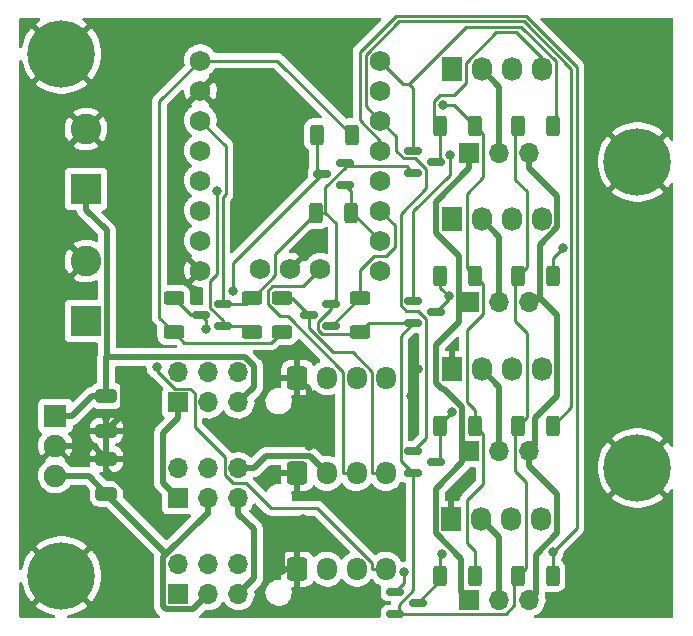
<source format=gbr>
%TF.GenerationSoftware,KiCad,Pcbnew,(6.0.5-0)*%
%TF.CreationDate,2022-08-11T13:14:41+02:00*%
%TF.ProjectId,tiny-fan,74696e79-2d66-4616-9e2e-6b696361645f,rev?*%
%TF.SameCoordinates,Original*%
%TF.FileFunction,Copper,L2,Bot*%
%TF.FilePolarity,Positive*%
%FSLAX46Y46*%
G04 Gerber Fmt 4.6, Leading zero omitted, Abs format (unit mm)*
G04 Created by KiCad (PCBNEW (6.0.5-0)) date 2022-08-11 13:14:41*
%MOMM*%
%LPD*%
G01*
G04 APERTURE LIST*
G04 Aperture macros list*
%AMRoundRect*
0 Rectangle with rounded corners*
0 $1 Rounding radius*
0 $2 $3 $4 $5 $6 $7 $8 $9 X,Y pos of 4 corners*
0 Add a 4 corners polygon primitive as box body*
4,1,4,$2,$3,$4,$5,$6,$7,$8,$9,$2,$3,0*
0 Add four circle primitives for the rounded corners*
1,1,$1+$1,$2,$3*
1,1,$1+$1,$4,$5*
1,1,$1+$1,$6,$7*
1,1,$1+$1,$8,$9*
0 Add four rect primitives between the rounded corners*
20,1,$1+$1,$2,$3,$4,$5,0*
20,1,$1+$1,$4,$5,$6,$7,0*
20,1,$1+$1,$6,$7,$8,$9,0*
20,1,$1+$1,$8,$9,$2,$3,0*%
G04 Aperture macros list end*
%TA.AperFunction,ComponentPad*%
%ADD10C,1.752600*%
%TD*%
%TA.AperFunction,ComponentPad*%
%ADD11C,2.600000*%
%TD*%
%TA.AperFunction,ComponentPad*%
%ADD12R,2.600000X2.600000*%
%TD*%
%TA.AperFunction,ComponentPad*%
%ADD13C,5.700000*%
%TD*%
%TA.AperFunction,ComponentPad*%
%ADD14R,1.700000X1.700000*%
%TD*%
%TA.AperFunction,ComponentPad*%
%ADD15O,1.700000X1.700000*%
%TD*%
%TA.AperFunction,SMDPad,CuDef*%
%ADD16RoundRect,0.250000X0.312500X0.625000X-0.312500X0.625000X-0.312500X-0.625000X0.312500X-0.625000X0*%
%TD*%
%TA.AperFunction,SMDPad,CuDef*%
%ADD17RoundRect,0.250000X0.625000X-0.312500X0.625000X0.312500X-0.625000X0.312500X-0.625000X-0.312500X0*%
%TD*%
%TA.AperFunction,SMDPad,CuDef*%
%ADD18RoundRect,0.250000X-0.625000X0.312500X-0.625000X-0.312500X0.625000X-0.312500X0.625000X0.312500X0*%
%TD*%
%TA.AperFunction,SMDPad,CuDef*%
%ADD19RoundRect,0.150000X0.587500X0.150000X-0.587500X0.150000X-0.587500X-0.150000X0.587500X-0.150000X0*%
%TD*%
%TA.AperFunction,ComponentPad*%
%ADD20RoundRect,0.250000X-0.600000X-0.725000X0.600000X-0.725000X0.600000X0.725000X-0.600000X0.725000X0*%
%TD*%
%TA.AperFunction,ComponentPad*%
%ADD21O,1.700000X1.950000*%
%TD*%
%TA.AperFunction,SMDPad,CuDef*%
%ADD22RoundRect,0.250000X0.650000X-0.325000X0.650000X0.325000X-0.650000X0.325000X-0.650000X-0.325000X0*%
%TD*%
%TA.AperFunction,SMDPad,CuDef*%
%ADD23RoundRect,0.250000X-0.650000X0.325000X-0.650000X-0.325000X0.650000X-0.325000X0.650000X0.325000X0*%
%TD*%
%TA.AperFunction,ComponentPad*%
%ADD24R,1.730000X2.030000*%
%TD*%
%TA.AperFunction,ComponentPad*%
%ADD25O,1.730000X2.030000*%
%TD*%
%TA.AperFunction,ComponentPad*%
%ADD26R,1.910000X1.910000*%
%TD*%
%TA.AperFunction,ComponentPad*%
%ADD27C,1.910000*%
%TD*%
%TA.AperFunction,SMDPad,CuDef*%
%ADD28RoundRect,0.150000X-0.587500X-0.150000X0.587500X-0.150000X0.587500X0.150000X-0.587500X0.150000X0*%
%TD*%
%TA.AperFunction,ViaPad*%
%ADD29C,0.800000*%
%TD*%
%TA.AperFunction,Conductor*%
%ADD30C,0.500000*%
%TD*%
%TA.AperFunction,Conductor*%
%ADD31C,0.250000*%
%TD*%
G04 APERTURE END LIST*
D10*
%TO.P,U2,19,DIO*%
%TO.N,AUX2RPM*%
X39587000Y-35768581D03*
%TO.P,U2,18,GND*%
%TO.N,GND*%
X37047000Y-35768581D03*
%TO.P,U2,17,CLK*%
%TO.N,AUX1RPM*%
X34507000Y-35768581D03*
%TO.P,U2,16,GP0*%
%TO.N,FAN1PWM*%
X44667000Y-18098581D03*
%TO.P,U2,15,GP1*%
%TO.N,FAN2PWM*%
X44667000Y-20638581D03*
%TO.P,U2,14,GP2*%
%TO.N,FAN3PWM*%
X44667000Y-23178581D03*
%TO.P,U2,13,GP3*%
%TO.N,FAN4PWM*%
X44667000Y-25718581D03*
%TO.P,U2,12,GP4*%
%TO.N,AUX1PWM*%
X44667000Y-28258581D03*
%TO.P,U2,11,GP5*%
%TO.N,AUX2PWM*%
X44667000Y-30798581D03*
%TO.P,U2,10,GP6*%
%TO.N,AUX3PWM*%
X44667000Y-33338581D03*
%TO.P,U2,9,GP7*%
%TO.N,AUX3RPM*%
X44667000Y-35878581D03*
%TO.P,U2,8,GND*%
%TO.N,GND*%
X29427000Y-35878581D03*
%TO.P,U2,7,GP26*%
%TO.N,FAN1RPM*%
X29427000Y-33338581D03*
%TO.P,U2,6,GP27*%
%TO.N,FAN2RPM*%
X29427000Y-30798581D03*
%TO.P,U2,5,GP28*%
%TO.N,FAN3RPM*%
X29427000Y-28258581D03*
%TO.P,U2,4,GP29*%
%TO.N,FAN4RPM*%
X29427000Y-25718581D03*
%TO.P,U2,3,3V3*%
%TO.N,+3V3*%
X29427000Y-23178581D03*
%TO.P,U2,2,GND*%
%TO.N,GND*%
X29427000Y-20638581D03*
%TO.P,U2,1,VBUS*%
%TO.N,+5VA*%
X29427000Y-18098581D03*
%TD*%
D11*
%TO.P,5VIN1,2,Pin_2*%
%TO.N,GND*%
X19751000Y-35062000D03*
D12*
%TO.P,5VIN1,1,Pin_1*%
%TO.N,+5V*%
X19751000Y-40142000D03*
%TD*%
D13*
%TO.P,REF4,1*%
%TO.N,GND*%
X66436000Y-52583000D03*
%TD*%
%TO.P,REF3,1*%
%TO.N,GND*%
X66436000Y-26675000D03*
%TD*%
%TO.P,REF2,1*%
%TO.N,GND*%
X17668000Y-61727000D03*
%TD*%
%TO.P,REF1,1*%
%TO.N,GND*%
X17668000Y-17531000D03*
%TD*%
D14*
%TO.P,AUX3PWR1,1,Pin_1*%
%TO.N,+5V*%
X27574000Y-63251000D03*
D15*
%TO.P,AUX3PWR1,2,Pin_2*%
%TO.N,AUX3PWR*%
X27574000Y-60711000D03*
%TO.P,AUX3PWR1,3,Pin_3*%
%TO.N,+12V*%
X30114000Y-63251000D03*
%TO.P,AUX3PWR1,4,Pin_4*%
%TO.N,AUX3PWR*%
X30114000Y-60711000D03*
%TO.P,AUX3PWR1,5,Pin_5*%
%TO.N,+24V*%
X32654000Y-63251000D03*
%TO.P,AUX3PWR1,6,Pin_6*%
%TO.N,AUX3PWR*%
X32654000Y-60711000D03*
%TD*%
D14*
%TO.P,AUX2PWR1,1,Pin_1*%
%TO.N,+5V*%
X27574000Y-55148500D03*
D15*
%TO.P,AUX2PWR1,2,Pin_2*%
%TO.N,AUX2PWR*%
X27574000Y-52608500D03*
%TO.P,AUX2PWR1,3,Pin_3*%
%TO.N,+12V*%
X30114000Y-55148500D03*
%TO.P,AUX2PWR1,4,Pin_4*%
%TO.N,AUX2PWR*%
X30114000Y-52608500D03*
%TO.P,AUX2PWR1,5,Pin_5*%
%TO.N,+24V*%
X32654000Y-55148500D03*
%TO.P,AUX2PWR1,6,Pin_6*%
%TO.N,AUX2PWR*%
X32654000Y-52608500D03*
%TD*%
D14*
%TO.P,AUX1PWR1,1,Pin_1*%
%TO.N,+5V*%
X27574000Y-47046000D03*
D15*
%TO.P,AUX1PWR1,2,Pin_2*%
%TO.N,AUX1PWR*%
X27574000Y-44506000D03*
%TO.P,AUX1PWR1,3,Pin_3*%
%TO.N,+12V*%
X30114000Y-47046000D03*
%TO.P,AUX1PWR1,4,Pin_4*%
%TO.N,AUX1PWR*%
X30114000Y-44506000D03*
%TO.P,AUX1PWR1,5,Pin_5*%
%TO.N,+24V*%
X32654000Y-47046000D03*
%TO.P,AUX1PWR1,6,Pin_6*%
%TO.N,AUX1PWR*%
X32654000Y-44506000D03*
%TD*%
D16*
%TO.P,R14,1*%
%TO.N,+5VA*%
X42225500Y-24384000D03*
%TO.P,R14,2*%
%TO.N,Net-(AUX3-Pad4)*%
X39300500Y-24384000D03*
%TD*%
D17*
%TO.P,R13,1*%
%TO.N,+5VA*%
X36322000Y-41086500D03*
%TO.P,R13,2*%
%TO.N,Net-(AUX2-Pad4)*%
X36322000Y-38161500D03*
%TD*%
%TO.P,R12,1*%
%TO.N,+5VA*%
X27178000Y-41086500D03*
%TO.P,R12,2*%
%TO.N,Net-(AUX1-Pad4)*%
X27178000Y-38161500D03*
%TD*%
D16*
%TO.P,R11,2*%
%TO.N,+3V3*%
X39239000Y-30988000D03*
%TO.P,R11,1*%
%TO.N,AUX3PWM*%
X42164000Y-30988000D03*
%TD*%
D18*
%TO.P,R10,1*%
%TO.N,AUX2PWM*%
X42926000Y-38161500D03*
%TO.P,R10,2*%
%TO.N,+3V3*%
X42926000Y-41086500D03*
%TD*%
D17*
%TO.P,R9,1*%
%TO.N,AUX1PWM*%
X33782000Y-41086500D03*
%TO.P,R9,2*%
%TO.N,+3V3*%
X33782000Y-38161500D03*
%TD*%
D19*
%TO.P,Q7,1,G*%
%TO.N,+3V3*%
X41639000Y-26736000D03*
%TO.P,Q7,2,S*%
%TO.N,AUX3PWM*%
X41639000Y-28636000D03*
%TO.P,Q7,3,D*%
%TO.N,Net-(AUX3-Pad4)*%
X39764000Y-27686000D03*
%TD*%
%TO.P,Q6,1,G*%
%TO.N,+3V3*%
X40483000Y-38674000D03*
%TO.P,Q6,2,S*%
%TO.N,AUX2PWM*%
X40483000Y-40574000D03*
%TO.P,Q6,3,D*%
%TO.N,Net-(AUX2-Pad4)*%
X38608000Y-39624000D03*
%TD*%
%TO.P,Q5,1,G*%
%TO.N,+3V3*%
X31339000Y-38674000D03*
%TO.P,Q5,2,S*%
%TO.N,AUX1PWM*%
X31339000Y-40574000D03*
%TO.P,Q5,3,D*%
%TO.N,Net-(AUX1-Pad4)*%
X29464000Y-39624000D03*
%TD*%
D20*
%TO.P,AUX3,1,Pin_1*%
%TO.N,GND*%
X37652000Y-61151000D03*
D21*
%TO.P,AUX3,2,Pin_2*%
%TO.N,AUX3PWR*%
X40152000Y-61151000D03*
%TO.P,AUX3,3,Pin_3*%
%TO.N,AUX3RPM*%
X42652000Y-61151000D03*
%TO.P,AUX3,4,Pin_4*%
%TO.N,Net-(AUX3-Pad4)*%
X45152000Y-61151000D03*
%TD*%
%TO.P,AUX2,4,Pin_4*%
%TO.N,Net-(AUX2-Pad4)*%
X45152000Y-53048500D03*
%TO.P,AUX2,3,Pin_3*%
%TO.N,AUX2RPM*%
X42652000Y-53048500D03*
%TO.P,AUX2,2,Pin_2*%
%TO.N,AUX2PWR*%
X40152000Y-53048500D03*
D20*
%TO.P,AUX2,1,Pin_1*%
%TO.N,GND*%
X37652000Y-53048500D03*
%TD*%
D21*
%TO.P,AUX1,4,Pin_4*%
%TO.N,Net-(AUX1-Pad4)*%
X45152000Y-44946000D03*
%TO.P,AUX1,3,Pin_3*%
%TO.N,AUX1RPM*%
X42652000Y-44946000D03*
%TO.P,AUX1,2,Pin_2*%
%TO.N,AUX1PWR*%
X40152000Y-44946000D03*
D20*
%TO.P,AUX1,1,Pin_1*%
%TO.N,GND*%
X37652000Y-44946000D03*
%TD*%
D22*
%TO.P,C2,1*%
%TO.N,+12V*%
X21478000Y-54771000D03*
%TO.P,C2,2*%
%TO.N,GND*%
X21478000Y-51821000D03*
%TD*%
D23*
%TO.P,C1,2*%
%TO.N,GND*%
X21478000Y-49437000D03*
%TO.P,C1,1*%
%TO.N,+24V*%
X21478000Y-46487000D03*
%TD*%
D24*
%TO.P,FAN4,1,Pin_1*%
%TO.N,GND*%
X50688000Y-56901000D03*
D25*
%TO.P,FAN4,2,Pin_2*%
%TO.N,FAN4PWR*%
X53228000Y-56901000D03*
%TO.P,FAN4,3,Pin_3*%
%TO.N,FAN4RPM*%
X55768000Y-56901000D03*
%TO.P,FAN4,4,Pin_4*%
%TO.N,Net-(FAN4-Pad4)*%
X58308000Y-56901000D03*
%TD*%
D24*
%TO.P,FAN3,1,Pin_1*%
%TO.N,GND*%
X50698000Y-44201000D03*
D25*
%TO.P,FAN3,2,Pin_2*%
%TO.N,FAN3PWR*%
X53238000Y-44201000D03*
%TO.P,FAN3,3,Pin_3*%
%TO.N,FAN3RPM*%
X55778000Y-44201000D03*
%TO.P,FAN3,4,Pin_4*%
%TO.N,Net-(FAN3-Pad4)*%
X58318000Y-44201000D03*
%TD*%
D24*
%TO.P,FAN2,1,Pin_1*%
%TO.N,GND*%
X50698000Y-31501000D03*
D25*
%TO.P,FAN2,2,Pin_2*%
%TO.N,FAN2PWR*%
X53238000Y-31501000D03*
%TO.P,FAN2,3,Pin_3*%
%TO.N,FAN2RPM*%
X55778000Y-31501000D03*
%TO.P,FAN2,4,Pin_4*%
%TO.N,Net-(FAN2-Pad4)*%
X58318000Y-31501000D03*
%TD*%
D24*
%TO.P,FAN1,1,Pin_1*%
%TO.N,GND*%
X50698000Y-18801000D03*
D25*
%TO.P,FAN1,2,Pin_2*%
%TO.N,FAN1PWR*%
X53238000Y-18801000D03*
%TO.P,FAN1,3,Pin_3*%
%TO.N,FAN1RPM*%
X55778000Y-18801000D03*
%TO.P,FAN1,4,Pin_4*%
%TO.N,Net-(FAN1-Pad4)*%
X58318000Y-18801000D03*
%TD*%
D14*
%TO.P,FAN4PWR1,1,Pin_1*%
%TO.N,+12V*%
X52212000Y-63759000D03*
D15*
%TO.P,FAN4PWR1,2,Pin_2*%
%TO.N,FAN4PWR*%
X54752000Y-63759000D03*
%TO.P,FAN4PWR1,3,Pin_3*%
%TO.N,+24V*%
X57292000Y-63759000D03*
%TD*%
D14*
%TO.P,FAN3PWR1,1,Pin_1*%
%TO.N,+12V*%
X52212000Y-51143700D03*
D15*
%TO.P,FAN3PWR1,2,Pin_2*%
%TO.N,FAN3PWR*%
X54752000Y-51143700D03*
%TO.P,FAN3PWR1,3,Pin_3*%
%TO.N,+24V*%
X57292000Y-51143700D03*
%TD*%
D14*
%TO.P,FAN2PWR1,1,Pin_1*%
%TO.N,+12V*%
X52212000Y-38528300D03*
D15*
%TO.P,FAN2PWR1,2,Pin_2*%
%TO.N,FAN2PWR*%
X54752000Y-38528300D03*
%TO.P,FAN2PWR1,3,Pin_3*%
%TO.N,+24V*%
X57292000Y-38528300D03*
%TD*%
%TO.P,FAN1PWR1,3,Pin_3*%
%TO.N,+24V*%
X57292000Y-25913000D03*
%TO.P,FAN1PWR1,2,Pin_2*%
%TO.N,FAN1PWR*%
X54752000Y-25913000D03*
D14*
%TO.P,FAN1PWR1,1,Pin_1*%
%TO.N,+12V*%
X52212000Y-25913000D03*
%TD*%
D26*
%TO.P,U1,1,IN*%
%TO.N,+24V*%
X17154000Y-48174500D03*
D27*
%TO.P,U1,2,GND*%
%TO.N,GND*%
X17154000Y-50724500D03*
%TO.P,U1,3,OUT*%
%TO.N,+12V*%
X17154000Y-53274500D03*
%TD*%
D28*
%TO.P,Q4,1,G*%
%TO.N,+3V3*%
X45940500Y-64963000D03*
%TO.P,Q4,2,S*%
%TO.N,FAN4PWM*%
X45940500Y-63063000D03*
%TO.P,Q4,3,D*%
%TO.N,Net-(FAN4-Pad4)*%
X47815500Y-64013000D03*
%TD*%
%TO.P,Q3,1,G*%
%TO.N,+3V3*%
X47464500Y-53025000D03*
%TO.P,Q3,2,S*%
%TO.N,FAN3PWM*%
X47464500Y-51125000D03*
%TO.P,Q3,3,D*%
%TO.N,Net-(FAN3-Pad4)*%
X49339500Y-52075000D03*
%TD*%
%TO.P,Q2,1,G*%
%TO.N,+3V3*%
X47464500Y-40325000D03*
%TO.P,Q2,2,S*%
%TO.N,FAN2PWM*%
X47464500Y-38425000D03*
%TO.P,Q2,3,D*%
%TO.N,Net-(FAN2-Pad4)*%
X49339500Y-39375000D03*
%TD*%
%TO.P,Q1,1,G*%
%TO.N,+3V3*%
X47464500Y-27625000D03*
%TO.P,Q1,2,S*%
%TO.N,FAN1PWM*%
X47464500Y-25725000D03*
%TO.P,Q1,3,D*%
%TO.N,Net-(FAN1-Pad4)*%
X49339500Y-26675000D03*
%TD*%
D16*
%TO.P,R8,2*%
%TO.N,Net-(FAN4-Pad4)*%
X49733500Y-61727000D03*
%TO.P,R8,1*%
%TO.N,+5VA*%
X52658500Y-61727000D03*
%TD*%
%TO.P,R7,1*%
%TO.N,+5VA*%
X52658500Y-49027000D03*
%TO.P,R7,2*%
%TO.N,Net-(FAN3-Pad4)*%
X49733500Y-49027000D03*
%TD*%
%TO.P,R6,1*%
%TO.N,+5VA*%
X52658500Y-36327000D03*
%TO.P,R6,2*%
%TO.N,Net-(FAN2-Pad4)*%
X49733500Y-36327000D03*
%TD*%
%TO.P,R5,1*%
%TO.N,FAN4PWM*%
X59262500Y-61727000D03*
%TO.P,R5,2*%
%TO.N,+3V3*%
X56337500Y-61727000D03*
%TD*%
%TO.P,R4,1*%
%TO.N,FAN3PWM*%
X59262500Y-49027000D03*
%TO.P,R4,2*%
%TO.N,+3V3*%
X56337500Y-49027000D03*
%TD*%
%TO.P,R3,1*%
%TO.N,+5VA*%
X52658500Y-23627000D03*
%TO.P,R3,2*%
%TO.N,Net-(FAN1-Pad4)*%
X49733500Y-23627000D03*
%TD*%
%TO.P,R2,1*%
%TO.N,FAN1PWM*%
X59262500Y-23627000D03*
%TO.P,R2,2*%
%TO.N,+3V3*%
X56337500Y-23627000D03*
%TD*%
%TO.P,R1,1*%
%TO.N,FAN2PWM*%
X59262500Y-36327000D03*
%TO.P,R1,2*%
%TO.N,+3V3*%
X56337500Y-36327000D03*
%TD*%
D11*
%TO.P,24VIN1,2,Pin_2*%
%TO.N,GND*%
X19751000Y-23886000D03*
D12*
%TO.P,24VIN1,1,Pin_1*%
%TO.N,+24V*%
X19751000Y-28966000D03*
%TD*%
D29*
%TO.N,GND*%
X47821200Y-44213409D03*
X47244000Y-46482000D03*
X38608000Y-50748400D03*
X38100000Y-56896000D03*
X36322000Y-61214000D03*
X23622000Y-54864000D03*
X22860000Y-45212000D03*
X26998900Y-22606000D03*
%TO.N,Net-(FAN4-Pad4)*%
X49881800Y-59890300D03*
%TO.N,Net-(FAN3-Pad4)*%
X50755900Y-47812500D03*
%TO.N,Net-(FAN2-Pad4)*%
X50464800Y-38062200D03*
%TO.N,Net-(AUX3-Pad4)*%
X25772900Y-44061500D03*
X32189000Y-37634100D03*
%TO.N,Net-(AUX1-Pad4)*%
X29885100Y-40808700D03*
%TO.N,+5VA*%
X49969100Y-21840300D03*
%TO.N,AUX1PWM*%
X30864200Y-29098600D03*
%TO.N,FAN2PWM*%
X50544300Y-26073700D03*
X60123400Y-33964600D03*
%TO.N,FAN4PWM*%
X46670800Y-61424700D03*
X59270200Y-59698700D03*
%TO.N,GND*%
X21478000Y-48249700D03*
%TD*%
D30*
%TO.N,GND*%
X47244000Y-44790609D02*
X47821200Y-44213409D01*
X47244000Y-46482000D02*
X47244000Y-44790609D01*
X38608000Y-50748400D02*
X38608000Y-45902000D01*
X38608000Y-45902000D02*
X37652000Y-44946000D01*
X36322000Y-61214000D02*
X36322000Y-58674000D01*
X36322000Y-58674000D02*
X38100000Y-56896000D01*
X21478000Y-52720000D02*
X23622000Y-54864000D01*
X21478000Y-51821000D02*
X21478000Y-52720000D01*
X17154000Y-50724500D02*
X20381500Y-50724500D01*
X20381500Y-50724500D02*
X21478000Y-51821000D01*
X22860000Y-45212000D02*
X22860000Y-48055000D01*
X22860000Y-48055000D02*
X21478000Y-49437000D01*
X19751000Y-23886000D02*
X17018000Y-26619000D01*
X17018000Y-32329000D02*
X19751000Y-35062000D01*
X17018000Y-26619000D02*
X17018000Y-32329000D01*
X27459581Y-22606000D02*
X29427000Y-20638581D01*
X26998900Y-22606000D02*
X27459581Y-22606000D01*
D31*
%TO.N,Net-(FAN4-Pad4)*%
X49733500Y-62095000D02*
X49733500Y-61727000D01*
X47815500Y-64013000D02*
X49733500Y-62095000D01*
X49733500Y-60038600D02*
X49881800Y-59890300D01*
X49733500Y-61727000D02*
X49733500Y-60038600D01*
%TO.N,Net-(FAN3-Pad4)*%
X49733500Y-51681000D02*
X49733500Y-49027000D01*
X49339500Y-52075000D02*
X49733500Y-51681000D01*
X49733500Y-48834900D02*
X49733500Y-49027000D01*
X50755900Y-47812500D02*
X49733500Y-48834900D01*
%TO.N,Net-(FAN2-Pad4)*%
X49733500Y-37330900D02*
X50464800Y-38062200D01*
X49733500Y-36327000D02*
X49733500Y-37330900D01*
X50464800Y-38249700D02*
X50464800Y-38062200D01*
X49339500Y-39375000D02*
X50464800Y-38249700D01*
%TO.N,Net-(FAN1-Pad4)*%
X49733500Y-26281000D02*
X49733500Y-23627000D01*
X49339500Y-26675000D02*
X49733500Y-26281000D01*
X49196000Y-23089500D02*
X49733500Y-23627000D01*
X49196000Y-21522800D02*
X49196000Y-23089500D01*
X49732300Y-20986500D02*
X49196000Y-21522800D01*
X50866600Y-20986500D02*
X49732300Y-20986500D01*
X51888400Y-19964700D02*
X50866600Y-20986500D01*
X51888400Y-18307500D02*
X51888400Y-19964700D01*
X54478900Y-15717000D02*
X51888400Y-18307500D01*
X56129800Y-15717000D02*
X54478900Y-15717000D01*
X58318000Y-17905200D02*
X56129800Y-15717000D01*
X58318000Y-18801000D02*
X58318000Y-17905200D01*
%TO.N,Net-(AUX3-Pad4)*%
X39300500Y-27222500D02*
X39764000Y-27686000D01*
X39300500Y-24384000D02*
X39300500Y-27222500D01*
X32189000Y-35261000D02*
X39764000Y-27686000D01*
X32189000Y-37634100D02*
X32189000Y-35261000D01*
X25772900Y-44377000D02*
X25772900Y-44061500D01*
X27266500Y-45870600D02*
X25772900Y-44377000D01*
X28577000Y-45870600D02*
X27266500Y-45870600D01*
X28938600Y-46232200D02*
X28577000Y-45870600D01*
X28938600Y-49106500D02*
X28938600Y-46232200D01*
X31478600Y-51646500D02*
X28938600Y-49106500D01*
X31478600Y-53201500D02*
X31478600Y-51646500D01*
X32155600Y-53878500D02*
X31478600Y-53201500D01*
X33284200Y-53878500D02*
X32155600Y-53878500D01*
X35387000Y-55981300D02*
X33284200Y-53878500D01*
X39321200Y-55981300D02*
X35387000Y-55981300D01*
X43976700Y-60636800D02*
X39321200Y-55981300D01*
X43976700Y-61151000D02*
X43976700Y-60636800D01*
X45152000Y-61151000D02*
X43976700Y-61151000D01*
%TO.N,Net-(AUX2-Pad4)*%
X37145500Y-38161500D02*
X36322000Y-38161500D01*
X38608000Y-39624000D02*
X37145500Y-38161500D01*
X38608000Y-40763900D02*
X38608000Y-39624000D01*
X40628000Y-42783900D02*
X38608000Y-40763900D01*
X42318400Y-42783900D02*
X40628000Y-42783900D01*
X43976700Y-44442200D02*
X42318400Y-42783900D01*
X43976700Y-53048500D02*
X43976700Y-44442200D01*
X45152000Y-53048500D02*
X43976700Y-53048500D01*
%TO.N,Net-(AUX1-Pad4)*%
X28640500Y-39624000D02*
X27178000Y-38161500D01*
X29464000Y-39624000D02*
X28640500Y-39624000D01*
X29885100Y-40045100D02*
X29464000Y-39624000D01*
X29885100Y-40808700D02*
X29885100Y-40045100D01*
%TO.N,+5VA*%
X51986500Y-35655000D02*
X52658500Y-36327000D01*
X51986500Y-29360400D02*
X51986500Y-35655000D01*
X53387400Y-27959500D02*
X51986500Y-29360400D01*
X53387400Y-24355900D02*
X53387400Y-27959500D01*
X52658500Y-23627000D02*
X53387400Y-24355900D01*
X35433100Y-41975400D02*
X36322000Y-41086500D01*
X28066900Y-41975400D02*
X35433100Y-41975400D01*
X27178000Y-41086500D02*
X28066900Y-41975400D01*
X35940100Y-18098600D02*
X29427000Y-18098600D01*
X42225500Y-24384000D02*
X35940100Y-18098600D01*
X25969100Y-39877600D02*
X27178000Y-41086500D01*
X25969100Y-21556500D02*
X25969100Y-39877600D01*
X29427000Y-18098600D02*
X25969100Y-21556500D01*
X53387400Y-37055900D02*
X52658500Y-36327000D01*
X53387400Y-39523000D02*
X53387400Y-37055900D01*
X51984700Y-40925700D02*
X53387400Y-39523000D01*
X51984700Y-47025000D02*
X51984700Y-40925700D01*
X52658500Y-47698800D02*
X51984700Y-47025000D01*
X52658500Y-49027000D02*
X52658500Y-47698800D01*
X53387400Y-49755900D02*
X52658500Y-49027000D01*
X53387400Y-53939800D02*
X53387400Y-49755900D01*
X52030000Y-55297200D02*
X53387400Y-53939800D01*
X52030000Y-58979200D02*
X52030000Y-55297200D01*
X52658500Y-59607700D02*
X52030000Y-58979200D01*
X52658500Y-61727000D02*
X52658500Y-59607700D01*
X50871800Y-21840300D02*
X49969100Y-21840300D01*
X52658500Y-23627000D02*
X50871800Y-21840300D01*
%TO.N,AUX3PWM*%
X42164000Y-29161000D02*
X42164000Y-30988000D01*
X41639000Y-28636000D02*
X42164000Y-29161000D01*
X42316400Y-30988000D02*
X44667000Y-33338600D01*
X42164000Y-30988000D02*
X42316400Y-30988000D01*
%TO.N,AUX2PWM*%
X40513500Y-40574000D02*
X42926000Y-38161500D01*
X40483000Y-40574000D02*
X40513500Y-40574000D01*
X42926000Y-35833200D02*
X42926000Y-38161500D01*
X44150600Y-34608600D02*
X42926000Y-35833200D01*
X45169500Y-34608600D02*
X44150600Y-34608600D01*
X45919300Y-33858800D02*
X45169500Y-34608600D01*
X45919300Y-32050900D02*
X45919300Y-33858800D01*
X44667000Y-30798600D02*
X45919300Y-32050900D01*
%TO.N,AUX1PWM*%
X33269500Y-40574000D02*
X31339000Y-40574000D01*
X33782000Y-41086500D02*
X33269500Y-40574000D01*
X30864100Y-29098600D02*
X30864200Y-29098600D01*
X30864100Y-36141000D02*
X30864100Y-29098600D01*
X30270800Y-36734300D02*
X30864100Y-36141000D01*
X30270800Y-39018300D02*
X30270800Y-36734300D01*
X31339000Y-40086500D02*
X30270800Y-39018300D01*
X31339000Y-40574000D02*
X31339000Y-40086500D01*
%TO.N,AUX2RPM*%
X38131300Y-37224300D02*
X39587000Y-35768600D01*
X35505400Y-37224300D02*
X38131300Y-37224300D01*
X35117100Y-37612600D02*
X35505400Y-37224300D01*
X35117100Y-38709000D02*
X35117100Y-37612600D01*
X36167900Y-39759800D02*
X35117100Y-38709000D01*
X36809900Y-39759800D02*
X36167900Y-39759800D01*
X41476700Y-44426600D02*
X36809900Y-39759800D01*
X41476700Y-53048500D02*
X41476700Y-44426600D01*
X42652000Y-53048500D02*
X41476700Y-53048500D01*
D30*
%TO.N,AUX2PWR*%
X34964900Y-51597900D02*
X33954300Y-52608500D01*
X38701400Y-51597900D02*
X34964900Y-51597900D01*
X40152000Y-53048500D02*
X38701400Y-51597900D01*
X32654000Y-52608500D02*
X33954300Y-52608500D01*
%TO.N,FAN4PWR*%
X54752000Y-58425000D02*
X53228000Y-56901000D01*
X54752000Y-63759000D02*
X54752000Y-58425000D01*
%TO.N,FAN3PWR*%
X54752000Y-45715000D02*
X53238000Y-44201000D01*
X54752000Y-51143700D02*
X54752000Y-45715000D01*
%TO.N,FAN2PWR*%
X54752000Y-33015000D02*
X53238000Y-31501000D01*
X54752000Y-38528300D02*
X54752000Y-33015000D01*
%TO.N,FAN1PWR*%
X54752000Y-20315000D02*
X53238000Y-18801000D01*
X54752000Y-25913000D02*
X54752000Y-20315000D01*
%TO.N,+12V*%
X52212000Y-25913000D02*
X52212000Y-27213300D01*
X49365900Y-30059400D02*
X52212000Y-27213300D01*
X49365900Y-32720800D02*
X49365900Y-30059400D01*
X51315100Y-34670000D02*
X49365900Y-32720800D01*
X51315100Y-38528300D02*
X51315100Y-34670000D01*
X52212000Y-38528300D02*
X51315100Y-38528300D01*
X30114000Y-55148500D02*
X30114000Y-56448800D01*
X19981500Y-53274500D02*
X21478000Y-54771000D01*
X17154000Y-53274500D02*
X19981500Y-53274500D01*
X26553700Y-59846600D02*
X21478000Y-54771000D01*
X29951500Y-56448800D02*
X26553700Y-59846600D01*
X30114000Y-56448800D02*
X29951500Y-56448800D01*
X28813600Y-64551400D02*
X30114000Y-63251000D01*
X26520500Y-64551400D02*
X28813600Y-64551400D01*
X26273600Y-64304500D02*
X26520500Y-64551400D01*
X26273600Y-60126700D02*
X26273600Y-64304500D01*
X26553700Y-59846600D02*
X26273600Y-60126700D01*
X51315100Y-40239900D02*
X51315100Y-38528300D01*
X49365900Y-42189100D02*
X51315100Y-40239900D01*
X49365900Y-45420800D02*
X49365900Y-42189100D01*
X49870000Y-45924900D02*
X49365900Y-45420800D01*
X50070900Y-45924900D02*
X49870000Y-45924900D01*
X51606200Y-47460200D02*
X50070900Y-45924900D01*
X51606200Y-51143700D02*
X51606200Y-47460200D01*
X52212000Y-51143700D02*
X51606200Y-51143700D01*
X51506400Y-63053400D02*
X52212000Y-63759000D01*
X51506400Y-60261300D02*
X51506400Y-63053400D01*
X49365900Y-58120800D02*
X51506400Y-60261300D01*
X49365900Y-54338200D02*
X49365900Y-58120800D01*
X51606200Y-52097900D02*
X49365900Y-54338200D01*
X51606200Y-51143700D02*
X51606200Y-52097900D01*
%TO.N,+24V*%
X57292000Y-25913000D02*
X57292000Y-27213300D01*
X19751000Y-28966000D02*
X19751000Y-30716300D01*
X33186200Y-43193000D02*
X21501300Y-43193000D01*
X33971800Y-43978600D02*
X33186200Y-43193000D01*
X33971800Y-45728200D02*
X33971800Y-43978600D01*
X32654000Y-47046000D02*
X33971800Y-45728200D01*
X21501300Y-32466600D02*
X19751000Y-30716300D01*
X21501300Y-43193000D02*
X21501300Y-32466600D01*
X33962900Y-61942100D02*
X32654000Y-63251000D01*
X33962900Y-57757700D02*
X33962900Y-61942100D01*
X32654000Y-56448800D02*
X33962900Y-57757700D01*
X32654000Y-55148500D02*
X32654000Y-56448800D01*
X17154000Y-48174500D02*
X18559300Y-48174500D01*
X21478000Y-43216300D02*
X21501300Y-43193000D01*
X21478000Y-46487000D02*
X21478000Y-43216300D01*
X20246800Y-46487000D02*
X21478000Y-46487000D01*
X18559300Y-48174500D02*
X20246800Y-46487000D01*
X57655100Y-38165200D02*
X57292000Y-38528300D01*
X58158600Y-38165200D02*
X57655100Y-38165200D01*
X58158600Y-33701300D02*
X58158600Y-38165200D01*
X59664400Y-32195500D02*
X58158600Y-33701300D01*
X59664400Y-29585700D02*
X59664400Y-32195500D01*
X57292000Y-27213300D02*
X59664400Y-29585700D01*
X57800000Y-50635700D02*
X57292000Y-51143700D01*
X57800000Y-48378200D02*
X57800000Y-50635700D01*
X59648200Y-46530000D02*
X57800000Y-48378200D01*
X59648200Y-39654800D02*
X59648200Y-46530000D01*
X58158600Y-38165200D02*
X59648200Y-39654800D01*
X59636400Y-54788400D02*
X57292000Y-52444000D01*
X59636400Y-58124000D02*
X59636400Y-54788400D01*
X57808800Y-59951600D02*
X59636400Y-58124000D01*
X57808800Y-63242200D02*
X57808800Y-59951600D01*
X57292000Y-63759000D02*
X57808800Y-63242200D01*
X57292000Y-51143700D02*
X57292000Y-52444000D01*
D31*
%TO.N,FAN1PWM*%
X46615900Y-20047500D02*
X47088700Y-20047500D01*
X44667000Y-18098600D02*
X46615900Y-20047500D01*
X47464500Y-20423300D02*
X47088700Y-20047500D01*
X47464500Y-25725000D02*
X47464500Y-20423300D01*
X59508400Y-23381100D02*
X59262500Y-23627000D01*
X59508400Y-18127900D02*
X59508400Y-23381100D01*
X56601800Y-15221300D02*
X59508400Y-18127900D01*
X51914900Y-15221300D02*
X56601800Y-15221300D01*
X47088700Y-20047500D02*
X51914900Y-15221300D01*
%TO.N,FAN2PWM*%
X50544300Y-27772800D02*
X50544300Y-26073700D01*
X47464500Y-30852600D02*
X50544300Y-27772800D01*
X47464500Y-38425000D02*
X47464500Y-30852600D01*
X59262500Y-34825500D02*
X59262500Y-36327000D01*
X60123400Y-33964600D02*
X59262500Y-34825500D01*
%TO.N,FAN3PWM*%
X48545700Y-50043800D02*
X47464500Y-51125000D01*
X48545700Y-39993700D02*
X48545700Y-50043800D01*
X47813500Y-39261500D02*
X48545700Y-39993700D01*
X46865000Y-39261500D02*
X47813500Y-39261500D01*
X46401000Y-38797500D02*
X46865000Y-39261500D01*
X46401000Y-31050500D02*
X46401000Y-38797500D01*
X48566800Y-28884700D02*
X46401000Y-31050500D01*
X48566800Y-27314800D02*
X48566800Y-28884700D01*
X47619500Y-26367500D02*
X48566800Y-27314800D01*
X46659600Y-26367500D02*
X47619500Y-26367500D01*
X46005300Y-25713200D02*
X46659600Y-26367500D01*
X46005300Y-24516900D02*
X46005300Y-25713200D01*
X44667000Y-23178600D02*
X46005300Y-24516900D01*
X43412300Y-21923900D02*
X44667000Y-23178600D01*
X43412300Y-17595600D02*
X43412300Y-21923900D01*
X46236900Y-14771000D02*
X43412300Y-17595600D01*
X56788400Y-14771000D02*
X46236900Y-14771000D01*
X60848700Y-18831300D02*
X56788400Y-14771000D01*
X60848700Y-47440800D02*
X60848700Y-18831300D01*
X59262500Y-49027000D02*
X60848700Y-47440800D01*
%TO.N,FAN4PWM*%
X46670800Y-62332700D02*
X46670800Y-61424700D01*
X45940500Y-63063000D02*
X46670800Y-62332700D01*
X59262500Y-59706400D02*
X59270200Y-59698700D01*
X59262500Y-61727000D02*
X59262500Y-59706400D01*
X44667000Y-24878000D02*
X44667000Y-25718600D01*
X42948600Y-23159600D02*
X44667000Y-24878000D01*
X42948600Y-17349300D02*
X42948600Y-23159600D01*
X45977200Y-14320700D02*
X42948600Y-17349300D01*
X56975000Y-14320700D02*
X45977200Y-14320700D01*
X61299000Y-18644700D02*
X56975000Y-14320700D01*
X61299000Y-57669900D02*
X61299000Y-18644700D01*
X59270200Y-59698700D02*
X61299000Y-57669900D01*
%TO.N,+3V3*%
X57048000Y-35616500D02*
X56337500Y-36327000D01*
X57048000Y-29134900D02*
X57048000Y-35616500D01*
X56108200Y-28195100D02*
X57048000Y-29134900D01*
X56108200Y-23856300D02*
X56108200Y-28195100D01*
X56337500Y-23627000D02*
X56108200Y-23856300D01*
X33269500Y-38674000D02*
X33782000Y-38161500D01*
X31339000Y-38674000D02*
X33269500Y-38674000D01*
X35777000Y-34450000D02*
X39239000Y-30988000D01*
X35777000Y-36242700D02*
X35777000Y-34450000D01*
X33858200Y-38161500D02*
X35777000Y-36242700D01*
X33782000Y-38161500D02*
X33858200Y-38161500D01*
X45940500Y-64963000D02*
X46224500Y-64679000D01*
X40483000Y-39161500D02*
X40483000Y-38674000D01*
X39393600Y-40250900D02*
X40483000Y-39161500D01*
X39393600Y-40910700D02*
X39393600Y-40250900D01*
X39721700Y-41238800D02*
X39393600Y-40910700D01*
X42773700Y-41238800D02*
X39721700Y-41238800D01*
X42926000Y-41086500D02*
X42773700Y-41238800D01*
X31589500Y-25341100D02*
X29427000Y-23178600D01*
X31589500Y-29399100D02*
X31589500Y-25341100D01*
X31339000Y-29649600D02*
X31589500Y-29399100D01*
X31339000Y-38674000D02*
X31339000Y-29649600D01*
X56100900Y-36563600D02*
X56337500Y-36327000D01*
X56100900Y-40177600D02*
X56100900Y-36563600D01*
X57048000Y-41124700D02*
X56100900Y-40177600D01*
X57048000Y-48316500D02*
X57048000Y-41124700D01*
X56337500Y-49027000D02*
X57048000Y-48316500D01*
X43687500Y-40325000D02*
X42926000Y-41086500D01*
X47464500Y-40325000D02*
X43687500Y-40325000D01*
X47464500Y-62949600D02*
X47464500Y-53025000D01*
X46224500Y-64189600D02*
X47464500Y-62949600D01*
X46224500Y-64679000D02*
X46224500Y-64189600D01*
X46398500Y-41391000D02*
X47464500Y-40325000D01*
X46398500Y-51959000D02*
X46398500Y-41391000D01*
X47464500Y-53025000D02*
X46398500Y-51959000D01*
X46886800Y-27047300D02*
X41739500Y-27047300D01*
X47464500Y-27625000D02*
X46886800Y-27047300D01*
X41739500Y-26836500D02*
X41639000Y-26736000D01*
X41739500Y-27047300D02*
X41739500Y-26836500D01*
X40019900Y-30988000D02*
X39239000Y-30988000D01*
X40879000Y-31847100D02*
X40019900Y-30988000D01*
X40879000Y-38278000D02*
X40879000Y-31847100D01*
X40483000Y-38674000D02*
X40879000Y-38278000D01*
X41739500Y-27123000D02*
X41739500Y-27047300D01*
X40019900Y-28842600D02*
X41739500Y-27123000D01*
X40019900Y-30988000D02*
X40019900Y-28842600D01*
X56022000Y-62042500D02*
X56337500Y-61727000D01*
X56022000Y-64211400D02*
X56022000Y-62042500D01*
X55292300Y-64941100D02*
X56022000Y-64211400D01*
X46486600Y-64941100D02*
X55292300Y-64941100D01*
X46224500Y-64679000D02*
X46486600Y-64941100D01*
X56100900Y-49263600D02*
X56337500Y-49027000D01*
X56100900Y-52836500D02*
X56100900Y-49263600D01*
X57038000Y-53773600D02*
X56100900Y-52836500D01*
X57038000Y-61026500D02*
X57038000Y-53773600D01*
X56337500Y-61727000D02*
X57038000Y-61026500D01*
D30*
%TO.N,+5V*%
X26273700Y-49646600D02*
X27574000Y-48346300D01*
X26273700Y-53848200D02*
X26273700Y-49646600D01*
X27574000Y-55148500D02*
X26273700Y-53848200D01*
X27574000Y-47046000D02*
X27574000Y-48346300D01*
%TO.N,GND*%
X21478000Y-51821000D02*
X21478000Y-49437000D01*
X21478000Y-48249700D02*
X21478000Y-49437000D01*
%TD*%
%TA.AperFunction,Conductor*%
%TO.N,GND*%
G36*
X34097915Y-55594370D02*
G01*
X34124434Y-55614638D01*
X34883343Y-56373547D01*
X34890887Y-56381837D01*
X34895000Y-56388318D01*
X34900777Y-56393743D01*
X34944667Y-56434958D01*
X34947509Y-56437713D01*
X34967230Y-56457434D01*
X34970425Y-56459912D01*
X34979447Y-56467618D01*
X35011679Y-56497886D01*
X35018628Y-56501706D01*
X35029432Y-56507646D01*
X35045956Y-56518499D01*
X35061959Y-56530913D01*
X35102543Y-56548476D01*
X35113173Y-56553683D01*
X35151940Y-56574995D01*
X35159617Y-56576966D01*
X35159622Y-56576968D01*
X35171558Y-56580032D01*
X35190266Y-56586437D01*
X35208855Y-56594481D01*
X35216683Y-56595721D01*
X35216690Y-56595723D01*
X35252524Y-56601399D01*
X35264144Y-56603805D01*
X35299289Y-56612828D01*
X35306970Y-56614800D01*
X35327224Y-56614800D01*
X35346934Y-56616351D01*
X35366943Y-56619520D01*
X35374835Y-56618774D01*
X35410961Y-56615359D01*
X35422819Y-56614800D01*
X39006606Y-56614800D01*
X39074727Y-56634802D01*
X39095701Y-56651705D01*
X42058586Y-59614590D01*
X42092612Y-59676902D01*
X42087547Y-59747717D01*
X42045000Y-59804553D01*
X42034856Y-59811404D01*
X41853248Y-59921606D01*
X41853243Y-59921610D01*
X41848683Y-59924377D01*
X41844653Y-59927874D01*
X41680572Y-60070256D01*
X41674555Y-60075477D01*
X41665512Y-60086506D01*
X41531760Y-60249627D01*
X41531756Y-60249633D01*
X41528376Y-60253755D01*
X41510448Y-60285250D01*
X41459368Y-60334555D01*
X41389738Y-60348417D01*
X41323667Y-60322434D01*
X41296427Y-60293284D01*
X41267035Y-60249627D01*
X41214559Y-60171681D01*
X41182354Y-60137921D01*
X41126725Y-60079608D01*
X41055424Y-60004865D01*
X40870458Y-59867246D01*
X40865707Y-59864830D01*
X40865703Y-59864828D01*
X40743731Y-59802815D01*
X40664949Y-59762760D01*
X40659855Y-59761178D01*
X40659852Y-59761177D01*
X40449871Y-59695976D01*
X40444773Y-59694393D01*
X40423964Y-59691635D01*
X40221511Y-59664802D01*
X40221506Y-59664802D01*
X40216226Y-59664102D01*
X40210897Y-59664302D01*
X40210895Y-59664302D01*
X40112368Y-59668001D01*
X39985842Y-59672751D01*
X39980623Y-59673846D01*
X39976996Y-59674607D01*
X39760209Y-59720093D01*
X39755250Y-59722051D01*
X39755248Y-59722052D01*
X39550744Y-59802815D01*
X39550742Y-59802816D01*
X39545779Y-59804776D01*
X39541220Y-59807543D01*
X39541217Y-59807544D01*
X39423005Y-59879277D01*
X39348683Y-59924377D01*
X39344653Y-59927874D01*
X39180572Y-60070256D01*
X39174555Y-60075477D01*
X39165512Y-60086506D01*
X39144994Y-60111529D01*
X39086334Y-60151524D01*
X39015364Y-60153455D01*
X38954616Y-60116710D01*
X38940416Y-60097941D01*
X38853937Y-59958193D01*
X38844901Y-59946792D01*
X38730171Y-59832261D01*
X38718760Y-59823249D01*
X38580757Y-59738184D01*
X38567576Y-59732037D01*
X38413290Y-59680862D01*
X38399914Y-59677995D01*
X38305562Y-59668328D01*
X38299145Y-59668000D01*
X37924115Y-59668000D01*
X37908876Y-59672475D01*
X37907671Y-59673865D01*
X37906000Y-59681548D01*
X37906000Y-62615884D01*
X37910475Y-62631123D01*
X37911865Y-62632328D01*
X37919548Y-62633999D01*
X38299095Y-62633999D01*
X38305614Y-62633662D01*
X38401206Y-62623743D01*
X38414600Y-62620851D01*
X38568784Y-62569412D01*
X38581962Y-62563239D01*
X38719807Y-62477937D01*
X38731208Y-62468901D01*
X38845739Y-62354171D01*
X38854753Y-62342757D01*
X38940723Y-62203287D01*
X38993495Y-62155793D01*
X39063566Y-62144369D01*
X39128690Y-62172643D01*
X39139149Y-62182426D01*
X39248576Y-62297135D01*
X39433542Y-62434754D01*
X39438293Y-62437170D01*
X39438297Y-62437172D01*
X39469067Y-62452816D01*
X39639051Y-62539240D01*
X39644145Y-62540822D01*
X39644148Y-62540823D01*
X39782637Y-62583825D01*
X39859227Y-62607607D01*
X39864516Y-62608308D01*
X40082489Y-62637198D01*
X40082494Y-62637198D01*
X40087774Y-62637898D01*
X40093103Y-62637698D01*
X40093105Y-62637698D01*
X40202966Y-62633574D01*
X40318158Y-62629249D01*
X40323468Y-62628135D01*
X40538572Y-62583002D01*
X40543791Y-62581907D01*
X40548750Y-62579949D01*
X40548752Y-62579948D01*
X40753256Y-62499185D01*
X40753258Y-62499184D01*
X40758221Y-62497224D01*
X40794300Y-62475331D01*
X40950757Y-62380390D01*
X40950756Y-62380390D01*
X40955317Y-62377623D01*
X41036944Y-62306791D01*
X41125412Y-62230023D01*
X41125414Y-62230021D01*
X41129445Y-62226523D01*
X41187440Y-62155793D01*
X41272240Y-62052373D01*
X41272244Y-62052367D01*
X41275624Y-62048245D01*
X41293552Y-62016750D01*
X41344632Y-61967445D01*
X41414262Y-61953583D01*
X41480333Y-61979566D01*
X41507573Y-62008716D01*
X41589441Y-62130319D01*
X41593120Y-62134176D01*
X41593122Y-62134178D01*
X41639839Y-62183150D01*
X41748576Y-62297135D01*
X41933542Y-62434754D01*
X41938293Y-62437170D01*
X41938297Y-62437172D01*
X41969067Y-62452816D01*
X42139051Y-62539240D01*
X42144145Y-62540822D01*
X42144148Y-62540823D01*
X42282637Y-62583825D01*
X42359227Y-62607607D01*
X42364516Y-62608308D01*
X42582489Y-62637198D01*
X42582494Y-62637198D01*
X42587774Y-62637898D01*
X42593103Y-62637698D01*
X42593105Y-62637698D01*
X42702966Y-62633574D01*
X42818158Y-62629249D01*
X42823468Y-62628135D01*
X43038572Y-62583002D01*
X43043791Y-62581907D01*
X43048750Y-62579949D01*
X43048752Y-62579948D01*
X43253256Y-62499185D01*
X43253258Y-62499184D01*
X43258221Y-62497224D01*
X43294300Y-62475331D01*
X43450757Y-62380390D01*
X43450756Y-62380390D01*
X43455317Y-62377623D01*
X43536944Y-62306791D01*
X43625412Y-62230023D01*
X43625414Y-62230021D01*
X43629445Y-62226523D01*
X43687440Y-62155793D01*
X43772240Y-62052373D01*
X43772244Y-62052367D01*
X43775624Y-62048245D01*
X43793552Y-62016750D01*
X43844632Y-61967445D01*
X43914262Y-61953583D01*
X43980333Y-61979566D01*
X44007573Y-62008716D01*
X44089441Y-62130319D01*
X44093120Y-62134176D01*
X44093122Y-62134178D01*
X44139839Y-62183150D01*
X44248576Y-62297135D01*
X44433542Y-62434754D01*
X44438293Y-62437170D01*
X44438297Y-62437172D01*
X44469067Y-62452816D01*
X44639051Y-62539240D01*
X44646180Y-62541454D01*
X44646400Y-62541522D01*
X44647231Y-62542074D01*
X44649087Y-62542828D01*
X44648933Y-62543206D01*
X44705522Y-62580829D01*
X44734008Y-62645860D01*
X44730024Y-62697004D01*
X44703146Y-62789521D01*
X44697438Y-62809169D01*
X44696934Y-62815574D01*
X44696933Y-62815579D01*
X44694693Y-62844042D01*
X44694500Y-62846498D01*
X44694500Y-63279502D01*
X44694693Y-63281950D01*
X44694693Y-63281958D01*
X44696264Y-63301909D01*
X44697438Y-63316831D01*
X44743855Y-63476601D01*
X44747892Y-63483427D01*
X44824509Y-63612980D01*
X44824511Y-63612983D01*
X44828547Y-63619807D01*
X44946193Y-63737453D01*
X44953017Y-63741489D01*
X44953020Y-63741491D01*
X45046032Y-63796498D01*
X45089399Y-63822145D01*
X45097010Y-63824356D01*
X45097012Y-63824357D01*
X45149231Y-63839528D01*
X45249169Y-63868562D01*
X45255574Y-63869066D01*
X45255579Y-63869067D01*
X45284042Y-63871307D01*
X45284050Y-63871307D01*
X45286498Y-63871500D01*
X45485958Y-63871500D01*
X45554079Y-63891502D01*
X45600572Y-63945158D01*
X45610407Y-64017211D01*
X45605497Y-64048211D01*
X45575084Y-64112364D01*
X45514816Y-64149891D01*
X45481048Y-64154500D01*
X45286498Y-64154500D01*
X45284050Y-64154693D01*
X45284042Y-64154693D01*
X45255579Y-64156933D01*
X45255574Y-64156934D01*
X45249169Y-64157438D01*
X45166002Y-64181600D01*
X45097012Y-64201643D01*
X45097010Y-64201644D01*
X45089399Y-64203855D01*
X45082572Y-64207892D01*
X45082573Y-64207892D01*
X44953020Y-64284509D01*
X44953017Y-64284511D01*
X44946193Y-64288547D01*
X44828547Y-64406193D01*
X44824511Y-64413017D01*
X44824509Y-64413020D01*
X44783608Y-64482181D01*
X44743855Y-64549399D01*
X44741644Y-64557010D01*
X44741643Y-64557012D01*
X44734127Y-64582883D01*
X44697438Y-64709169D01*
X44694500Y-64746498D01*
X44694500Y-65156500D01*
X44674498Y-65224621D01*
X44620842Y-65271114D01*
X44568500Y-65282500D01*
X29459371Y-65282500D01*
X29391250Y-65262498D01*
X29344757Y-65208842D01*
X29334653Y-65138568D01*
X29364147Y-65073988D01*
X29370276Y-65067405D01*
X29805441Y-64632240D01*
X29867753Y-64598214D01*
X29919657Y-64597865D01*
X29952597Y-64604567D01*
X29957772Y-64604757D01*
X29957774Y-64604757D01*
X30170673Y-64612564D01*
X30170677Y-64612564D01*
X30175837Y-64612753D01*
X30180957Y-64612097D01*
X30180959Y-64612097D01*
X30392288Y-64585025D01*
X30392289Y-64585025D01*
X30397416Y-64584368D01*
X30402366Y-64582883D01*
X30606429Y-64521661D01*
X30606434Y-64521659D01*
X30611384Y-64520174D01*
X30811994Y-64421896D01*
X30993860Y-64292173D01*
X31001412Y-64284648D01*
X31127265Y-64159233D01*
X31152096Y-64134489D01*
X31188122Y-64084354D01*
X31282453Y-63953077D01*
X31283776Y-63954028D01*
X31330645Y-63910857D01*
X31400580Y-63898625D01*
X31466026Y-63926144D01*
X31493875Y-63957994D01*
X31553987Y-64056088D01*
X31700250Y-64224938D01*
X31791652Y-64300821D01*
X31853824Y-64352437D01*
X31872126Y-64367632D01*
X32065000Y-64480338D01*
X32273692Y-64560030D01*
X32278760Y-64561061D01*
X32278763Y-64561062D01*
X32386017Y-64582883D01*
X32492597Y-64604567D01*
X32497772Y-64604757D01*
X32497774Y-64604757D01*
X32710673Y-64612564D01*
X32710677Y-64612564D01*
X32715837Y-64612753D01*
X32720957Y-64612097D01*
X32720959Y-64612097D01*
X32932288Y-64585025D01*
X32932289Y-64585025D01*
X32937416Y-64584368D01*
X32942366Y-64582883D01*
X33146429Y-64521661D01*
X33146434Y-64521659D01*
X33151384Y-64520174D01*
X33351994Y-64421896D01*
X33533860Y-64292173D01*
X33541412Y-64284648D01*
X33667265Y-64159233D01*
X33692096Y-64134489D01*
X33728122Y-64084354D01*
X33818920Y-63957994D01*
X33822453Y-63953077D01*
X33843320Y-63910857D01*
X33919136Y-63757453D01*
X33919137Y-63757451D01*
X33921430Y-63752811D01*
X33986370Y-63539069D01*
X34015529Y-63317590D01*
X34015611Y-63314240D01*
X34017074Y-63254365D01*
X34017074Y-63254361D01*
X34017156Y-63251000D01*
X34004462Y-63096604D01*
X34939787Y-63096604D01*
X34949567Y-63307899D01*
X34950971Y-63313724D01*
X34950971Y-63313725D01*
X34981643Y-63440993D01*
X34999125Y-63513534D01*
X35001607Y-63518992D01*
X35001608Y-63518996D01*
X35044341Y-63612980D01*
X35086674Y-63706087D01*
X35209054Y-63878611D01*
X35361850Y-64024881D01*
X35539548Y-64139620D01*
X35545114Y-64141863D01*
X35730168Y-64216442D01*
X35730171Y-64216443D01*
X35735737Y-64218686D01*
X35943337Y-64259228D01*
X35948899Y-64259500D01*
X36104846Y-64259500D01*
X36262566Y-64244452D01*
X36465534Y-64184908D01*
X36515385Y-64159233D01*
X36648249Y-64090804D01*
X36648252Y-64090802D01*
X36653580Y-64088058D01*
X36819920Y-63957396D01*
X36823852Y-63952865D01*
X36823855Y-63952862D01*
X36954621Y-63802167D01*
X36958552Y-63797637D01*
X36961552Y-63792451D01*
X36961555Y-63792447D01*
X37061467Y-63619742D01*
X37064473Y-63614546D01*
X37133861Y-63414729D01*
X37136673Y-63395337D01*
X37163352Y-63211336D01*
X37163352Y-63211333D01*
X37164213Y-63205396D01*
X37154433Y-62994101D01*
X37105129Y-62789520D01*
X37108614Y-62718610D01*
X37149883Y-62660840D01*
X37215834Y-62634553D01*
X37227622Y-62634000D01*
X37379885Y-62634000D01*
X37395124Y-62629525D01*
X37396329Y-62628135D01*
X37398000Y-62620452D01*
X37398000Y-61423115D01*
X37393525Y-61407876D01*
X37392135Y-61406671D01*
X37384452Y-61405000D01*
X36312116Y-61405000D01*
X36296877Y-61409475D01*
X36295672Y-61410865D01*
X36294001Y-61418548D01*
X36294001Y-61917066D01*
X36273999Y-61985187D01*
X36220343Y-62031680D01*
X36160754Y-62040910D01*
X36160663Y-62042772D01*
X36156643Y-62042575D01*
X36156626Y-62042575D01*
X36155101Y-62042500D01*
X35999154Y-62042500D01*
X35841434Y-62057548D01*
X35638466Y-62117092D01*
X35633139Y-62119836D01*
X35633138Y-62119836D01*
X35455751Y-62211196D01*
X35455748Y-62211198D01*
X35450420Y-62213942D01*
X35284080Y-62344604D01*
X35280148Y-62349135D01*
X35280145Y-62349138D01*
X35203753Y-62437172D01*
X35145448Y-62504363D01*
X35142448Y-62509549D01*
X35142445Y-62509553D01*
X35070451Y-62634000D01*
X35039527Y-62687454D01*
X34970139Y-62887271D01*
X34969278Y-62893206D01*
X34969278Y-62893208D01*
X34940798Y-63089633D01*
X34939787Y-63096604D01*
X34004462Y-63096604D01*
X33999870Y-63040747D01*
X34014223Y-62971219D01*
X34036351Y-62941330D01*
X34451811Y-62525870D01*
X34466223Y-62513484D01*
X34477818Y-62504951D01*
X34477823Y-62504946D01*
X34483718Y-62500608D01*
X34488457Y-62495030D01*
X34488460Y-62495027D01*
X34517935Y-62460332D01*
X34524865Y-62452816D01*
X34530560Y-62447121D01*
X34540344Y-62434754D01*
X34548181Y-62424849D01*
X34550972Y-62421445D01*
X34593491Y-62371397D01*
X34593492Y-62371395D01*
X34598233Y-62365815D01*
X34601561Y-62359299D01*
X34604928Y-62354250D01*
X34608095Y-62349121D01*
X34612634Y-62343384D01*
X34643555Y-62277225D01*
X34645461Y-62273325D01*
X34655303Y-62254051D01*
X34678669Y-62208292D01*
X34680408Y-62201184D01*
X34682507Y-62195541D01*
X34684424Y-62189778D01*
X34687522Y-62183150D01*
X34689708Y-62172643D01*
X34701613Y-62115406D01*
X34702387Y-62111683D01*
X34703357Y-62107399D01*
X34705407Y-62099022D01*
X34720708Y-62036490D01*
X34721400Y-62025336D01*
X34721436Y-62025338D01*
X34721675Y-62021345D01*
X34722049Y-62017153D01*
X34723540Y-62009985D01*
X34721446Y-61932579D01*
X34721400Y-61929172D01*
X34721400Y-60878885D01*
X36294000Y-60878885D01*
X36298475Y-60894124D01*
X36299865Y-60895329D01*
X36307548Y-60897000D01*
X37379885Y-60897000D01*
X37395124Y-60892525D01*
X37396329Y-60891135D01*
X37398000Y-60883452D01*
X37398000Y-59686116D01*
X37393525Y-59670877D01*
X37392135Y-59669672D01*
X37384452Y-59668001D01*
X37004905Y-59668001D01*
X36998386Y-59668338D01*
X36902794Y-59678257D01*
X36889400Y-59681149D01*
X36735216Y-59732588D01*
X36722038Y-59738761D01*
X36584193Y-59824063D01*
X36572792Y-59833099D01*
X36458261Y-59947829D01*
X36449249Y-59959240D01*
X36364184Y-60097243D01*
X36358037Y-60110424D01*
X36306862Y-60264710D01*
X36303995Y-60278086D01*
X36294328Y-60372438D01*
X36294000Y-60378855D01*
X36294000Y-60878885D01*
X34721400Y-60878885D01*
X34721400Y-57824769D01*
X34722833Y-57805818D01*
X34724999Y-57791583D01*
X34724999Y-57791581D01*
X34726099Y-57784351D01*
X34721815Y-57731682D01*
X34721400Y-57721467D01*
X34721400Y-57713407D01*
X34718111Y-57685193D01*
X34717678Y-57680818D01*
X34712354Y-57615361D01*
X34712353Y-57615358D01*
X34711760Y-57608063D01*
X34709504Y-57601099D01*
X34708313Y-57595140D01*
X34706929Y-57589285D01*
X34706082Y-57582019D01*
X34681165Y-57513373D01*
X34679748Y-57509245D01*
X34659507Y-57446764D01*
X34659506Y-57446762D01*
X34657251Y-57439801D01*
X34653455Y-57433546D01*
X34650949Y-57428072D01*
X34648230Y-57422642D01*
X34645733Y-57415763D01*
X34624183Y-57382894D01*
X34605714Y-57354724D01*
X34603367Y-57351005D01*
X34565495Y-57288593D01*
X34558097Y-57280216D01*
X34558124Y-57280192D01*
X34555471Y-57277200D01*
X34552768Y-57273967D01*
X34548756Y-57267848D01*
X34492517Y-57214572D01*
X34490075Y-57212194D01*
X33589901Y-56312020D01*
X33555875Y-56249708D01*
X33560940Y-56178893D01*
X33590056Y-56133674D01*
X33688435Y-56035637D01*
X33692096Y-56031989D01*
X33757071Y-55941567D01*
X33819435Y-55854777D01*
X33822453Y-55850577D01*
X33825458Y-55844498D01*
X33921430Y-55650311D01*
X33923055Y-55651114D01*
X33961854Y-55601381D01*
X34028855Y-55577900D01*
X34097915Y-55594370D01*
G37*
%TD.AperFunction*%
%TA.AperFunction,Conductor*%
G36*
X15833305Y-14503502D02*
G01*
X15879798Y-14557158D01*
X15889902Y-14627432D01*
X15860408Y-14692012D01*
X15829891Y-14717616D01*
X15790397Y-14741253D01*
X15784744Y-14745066D01*
X15500094Y-14960346D01*
X15494891Y-14964742D01*
X15490601Y-14968785D01*
X15482580Y-14982492D01*
X15482615Y-14983333D01*
X15487667Y-14991457D01*
X17655188Y-17158978D01*
X17669132Y-17166592D01*
X17670965Y-17166461D01*
X17677580Y-17162210D01*
X19846166Y-14993624D01*
X19853780Y-14979680D01*
X19853712Y-14978723D01*
X19848771Y-14971251D01*
X19844870Y-14967931D01*
X19560958Y-14751649D01*
X19555333Y-14747825D01*
X19504879Y-14717390D01*
X19456881Y-14665076D01*
X19444786Y-14595118D01*
X19472433Y-14529725D01*
X19531044Y-14489661D01*
X19569962Y-14483500D01*
X44614305Y-14483500D01*
X44682426Y-14503502D01*
X44728919Y-14557158D01*
X44739023Y-14627432D01*
X44709529Y-14692012D01*
X44703400Y-14698595D01*
X42556347Y-16845648D01*
X42548061Y-16853188D01*
X42541582Y-16857300D01*
X42536157Y-16863077D01*
X42494957Y-16906951D01*
X42492202Y-16909793D01*
X42472465Y-16929530D01*
X42469985Y-16932727D01*
X42462282Y-16941747D01*
X42432014Y-16973979D01*
X42428195Y-16980925D01*
X42428193Y-16980928D01*
X42422252Y-16991734D01*
X42411401Y-17008253D01*
X42398986Y-17024259D01*
X42395841Y-17031528D01*
X42395838Y-17031532D01*
X42381426Y-17064837D01*
X42376209Y-17075487D01*
X42354905Y-17114240D01*
X42352934Y-17121915D01*
X42352934Y-17121916D01*
X42349867Y-17133862D01*
X42343463Y-17152566D01*
X42335419Y-17171155D01*
X42334180Y-17178978D01*
X42334177Y-17178988D01*
X42328501Y-17214824D01*
X42326095Y-17226444D01*
X42315100Y-17269270D01*
X42315100Y-17289524D01*
X42313549Y-17309234D01*
X42310380Y-17329243D01*
X42311126Y-17337135D01*
X42314541Y-17373261D01*
X42315100Y-17385119D01*
X42315100Y-22874500D01*
X42295098Y-22942621D01*
X42241442Y-22989114D01*
X42189100Y-23000500D01*
X41862600Y-23000500D01*
X41859356Y-23000837D01*
X41859348Y-23000837D01*
X41809300Y-23006030D01*
X41739479Y-22993165D01*
X41707202Y-22969798D01*
X39093231Y-20355826D01*
X36443752Y-17706347D01*
X36436212Y-17698061D01*
X36432100Y-17691582D01*
X36382448Y-17644956D01*
X36379607Y-17642202D01*
X36359870Y-17622465D01*
X36356673Y-17619985D01*
X36347651Y-17612280D01*
X36321200Y-17587441D01*
X36315421Y-17582014D01*
X36308475Y-17578195D01*
X36308472Y-17578193D01*
X36297666Y-17572252D01*
X36281147Y-17561401D01*
X36274538Y-17556275D01*
X36265141Y-17548986D01*
X36257872Y-17545841D01*
X36257868Y-17545838D01*
X36224563Y-17531426D01*
X36213913Y-17526209D01*
X36175160Y-17504905D01*
X36155537Y-17499867D01*
X36136834Y-17493463D01*
X36125520Y-17488567D01*
X36125519Y-17488567D01*
X36118245Y-17485419D01*
X36110422Y-17484180D01*
X36110412Y-17484177D01*
X36074576Y-17478501D01*
X36062956Y-17476095D01*
X36027811Y-17467072D01*
X36027810Y-17467072D01*
X36020130Y-17465100D01*
X35999876Y-17465100D01*
X35980165Y-17463549D01*
X35967986Y-17461620D01*
X35960157Y-17460380D01*
X35952265Y-17461126D01*
X35916139Y-17464541D01*
X35904281Y-17465100D01*
X30735143Y-17465100D01*
X30667022Y-17445098D01*
X30629351Y-17407540D01*
X30607532Y-17373812D01*
X30583804Y-17337135D01*
X30530731Y-17255096D01*
X30530729Y-17255093D01*
X30527923Y-17250756D01*
X30374668Y-17082331D01*
X30195963Y-16941199D01*
X29996607Y-16831148D01*
X29875532Y-16788273D01*
X29786829Y-16756861D01*
X29786825Y-16756860D01*
X29781954Y-16755135D01*
X29776861Y-16754228D01*
X29776858Y-16754227D01*
X29562857Y-16716108D01*
X29562851Y-16716107D01*
X29557768Y-16715202D01*
X29470698Y-16714138D01*
X29335239Y-16712483D01*
X29335237Y-16712483D01*
X29330070Y-16712420D01*
X29104976Y-16746864D01*
X28888529Y-16817610D01*
X28883937Y-16820000D01*
X28883938Y-16820000D01*
X28699995Y-16915755D01*
X28686544Y-16922757D01*
X28682411Y-16925860D01*
X28682408Y-16925862D01*
X28539006Y-17033531D01*
X28504444Y-17059481D01*
X28500872Y-17063219D01*
X28390241Y-17178988D01*
X28347120Y-17224111D01*
X28344206Y-17228383D01*
X28344205Y-17228384D01*
X28280745Y-17321414D01*
X28218797Y-17412226D01*
X28122921Y-17618773D01*
X28121539Y-17623755D01*
X28121539Y-17623756D01*
X28115359Y-17646042D01*
X28062067Y-17838206D01*
X28037869Y-18064631D01*
X28038166Y-18069783D01*
X28038166Y-18069787D01*
X28041364Y-18125247D01*
X28050977Y-18291968D01*
X28052112Y-18297005D01*
X28052113Y-18297011D01*
X28088454Y-18458268D01*
X28083918Y-18529119D01*
X28054632Y-18575063D01*
X25576847Y-21052848D01*
X25568561Y-21060388D01*
X25562082Y-21064500D01*
X25556657Y-21070277D01*
X25515457Y-21114151D01*
X25512702Y-21116993D01*
X25492965Y-21136730D01*
X25490485Y-21139927D01*
X25482782Y-21148947D01*
X25452514Y-21181179D01*
X25448695Y-21188125D01*
X25448693Y-21188128D01*
X25442752Y-21198934D01*
X25431901Y-21215453D01*
X25419486Y-21231459D01*
X25416341Y-21238728D01*
X25416338Y-21238732D01*
X25401926Y-21272037D01*
X25396709Y-21282687D01*
X25375405Y-21321440D01*
X25373434Y-21329115D01*
X25373434Y-21329116D01*
X25370367Y-21341062D01*
X25363963Y-21359766D01*
X25355919Y-21378355D01*
X25354680Y-21386178D01*
X25354677Y-21386188D01*
X25349001Y-21422024D01*
X25346595Y-21433644D01*
X25339052Y-21463024D01*
X25335600Y-21476470D01*
X25335600Y-21496724D01*
X25334049Y-21516434D01*
X25330880Y-21536443D01*
X25331626Y-21544335D01*
X25335041Y-21580461D01*
X25335600Y-21592319D01*
X25335600Y-39798833D01*
X25335073Y-39810016D01*
X25333398Y-39817509D01*
X25333647Y-39825435D01*
X25333647Y-39825436D01*
X25335538Y-39885586D01*
X25335600Y-39889545D01*
X25335600Y-39917456D01*
X25336097Y-39921390D01*
X25336097Y-39921391D01*
X25336105Y-39921456D01*
X25337038Y-39933293D01*
X25338000Y-39963905D01*
X25338160Y-39968981D01*
X25338427Y-39977489D01*
X25342169Y-39990368D01*
X25344078Y-39996939D01*
X25348087Y-40016300D01*
X25349250Y-40025502D01*
X25350626Y-40036397D01*
X25353545Y-40043768D01*
X25353545Y-40043770D01*
X25366904Y-40077512D01*
X25370749Y-40088742D01*
X25380871Y-40123583D01*
X25383082Y-40131193D01*
X25387115Y-40138012D01*
X25387117Y-40138017D01*
X25393393Y-40148628D01*
X25402088Y-40166376D01*
X25409548Y-40185217D01*
X25414210Y-40191633D01*
X25414210Y-40191634D01*
X25435536Y-40220987D01*
X25442052Y-40230907D01*
X25457640Y-40257264D01*
X25464558Y-40268962D01*
X25478879Y-40283283D01*
X25491719Y-40298316D01*
X25503628Y-40314707D01*
X25509734Y-40319758D01*
X25537705Y-40342898D01*
X25546484Y-40350888D01*
X25763735Y-40568139D01*
X25797761Y-40630451D01*
X25799984Y-40670077D01*
X25794500Y-40723600D01*
X25794500Y-41449400D01*
X25794837Y-41452646D01*
X25794837Y-41452650D01*
X25804091Y-41541834D01*
X25805474Y-41555166D01*
X25861450Y-41722946D01*
X25954522Y-41873348D01*
X26079697Y-41998305D01*
X26085927Y-42002145D01*
X26085928Y-42002146D01*
X26223090Y-42086694D01*
X26230262Y-42091115D01*
X26297736Y-42113495D01*
X26391611Y-42144632D01*
X26391613Y-42144632D01*
X26398139Y-42146797D01*
X26404975Y-42147497D01*
X26404978Y-42147498D01*
X26448031Y-42151909D01*
X26502600Y-42157500D01*
X27300906Y-42157500D01*
X27369027Y-42177502D01*
X27390001Y-42194405D01*
X27415001Y-42219405D01*
X27449027Y-42281717D01*
X27443962Y-42352532D01*
X27401415Y-42409368D01*
X27334895Y-42434179D01*
X27325906Y-42434500D01*
X22385800Y-42434500D01*
X22317679Y-42414498D01*
X22271186Y-42360842D01*
X22259800Y-42308500D01*
X22259800Y-32533670D01*
X22261233Y-32514720D01*
X22263399Y-32500485D01*
X22263399Y-32500481D01*
X22264499Y-32493251D01*
X22262477Y-32468384D01*
X22260215Y-32440582D01*
X22259800Y-32430367D01*
X22259800Y-32422307D01*
X22257915Y-32406142D01*
X22256511Y-32394093D01*
X22256078Y-32389718D01*
X22250754Y-32324261D01*
X22250753Y-32324258D01*
X22250160Y-32316963D01*
X22247904Y-32309999D01*
X22246713Y-32304040D01*
X22245329Y-32298185D01*
X22244482Y-32290919D01*
X22219565Y-32222273D01*
X22218148Y-32218145D01*
X22197907Y-32155664D01*
X22197906Y-32155662D01*
X22195651Y-32148701D01*
X22191855Y-32142446D01*
X22189349Y-32136972D01*
X22186630Y-32131542D01*
X22184133Y-32124663D01*
X22146887Y-32067854D01*
X22144114Y-32063624D01*
X22141767Y-32059905D01*
X22136800Y-32051719D01*
X22103895Y-31997493D01*
X22096497Y-31989116D01*
X22096524Y-31989092D01*
X22093871Y-31986100D01*
X22091168Y-31982867D01*
X22087156Y-31976748D01*
X22030917Y-31923472D01*
X22028475Y-31921094D01*
X21088782Y-30981401D01*
X21054756Y-30919089D01*
X21059821Y-30848274D01*
X21102368Y-30791438D01*
X21148730Y-30769724D01*
X21153466Y-30768598D01*
X21161316Y-30767745D01*
X21297705Y-30716615D01*
X21414261Y-30629261D01*
X21501615Y-30512705D01*
X21552745Y-30376316D01*
X21559500Y-30314134D01*
X21559500Y-27617866D01*
X21552745Y-27555684D01*
X21501615Y-27419295D01*
X21414261Y-27302739D01*
X21297705Y-27215385D01*
X21161316Y-27164255D01*
X21099134Y-27157500D01*
X18402866Y-27157500D01*
X18340684Y-27164255D01*
X18204295Y-27215385D01*
X18087739Y-27302739D01*
X18000385Y-27419295D01*
X17949255Y-27555684D01*
X17942500Y-27617866D01*
X17942500Y-30314134D01*
X17949255Y-30376316D01*
X18000385Y-30512705D01*
X18087739Y-30629261D01*
X18204295Y-30716615D01*
X18340684Y-30767745D01*
X18402866Y-30774500D01*
X18881420Y-30774500D01*
X18949541Y-30794502D01*
X18996034Y-30848158D01*
X19001795Y-30865972D01*
X19002117Y-30865868D01*
X19002402Y-30866746D01*
X19003140Y-30870131D01*
X19004979Y-30875817D01*
X19005588Y-30878867D01*
X19006971Y-30884719D01*
X19007818Y-30891981D01*
X19032735Y-30960627D01*
X19034152Y-30964755D01*
X19049035Y-31010695D01*
X19056649Y-31034199D01*
X19060445Y-31040454D01*
X19062951Y-31045928D01*
X19065670Y-31051358D01*
X19068167Y-31058237D01*
X19072180Y-31064357D01*
X19072180Y-31064358D01*
X19108186Y-31119276D01*
X19110523Y-31122980D01*
X19148405Y-31185407D01*
X19152121Y-31189615D01*
X19152122Y-31189616D01*
X19155803Y-31193784D01*
X19155776Y-31193808D01*
X19158429Y-31196800D01*
X19161132Y-31200033D01*
X19165144Y-31206152D01*
X19170456Y-31211184D01*
X19221383Y-31259428D01*
X19223825Y-31261806D01*
X20705895Y-32743876D01*
X20739921Y-32806188D01*
X20742800Y-32832971D01*
X20742800Y-33332490D01*
X20722798Y-33400611D01*
X20669142Y-33447104D01*
X20598868Y-33457208D01*
X20561072Y-33445496D01*
X20434376Y-33383016D01*
X20425743Y-33379528D01*
X20178703Y-33300450D01*
X20169643Y-33298274D01*
X19913630Y-33256580D01*
X19904343Y-33255768D01*
X19644992Y-33252373D01*
X19635681Y-33252943D01*
X19378682Y-33287919D01*
X19369546Y-33289860D01*
X19120543Y-33362439D01*
X19111800Y-33365707D01*
X18876252Y-33474296D01*
X18868097Y-33478816D01*
X18677240Y-33603947D01*
X18668102Y-33614689D01*
X18672675Y-33624465D01*
X20021115Y-34972905D01*
X20055141Y-35035217D01*
X20050076Y-35106032D01*
X20021115Y-35151095D01*
X18677497Y-36494713D01*
X18670839Y-36506906D01*
X18679553Y-36518427D01*
X18786452Y-36596809D01*
X18794351Y-36601745D01*
X19023905Y-36722519D01*
X19032454Y-36726236D01*
X19277327Y-36811749D01*
X19286336Y-36814163D01*
X19541166Y-36862544D01*
X19550423Y-36863598D01*
X19809607Y-36873783D01*
X19818921Y-36873457D01*
X20076753Y-36845220D01*
X20085930Y-36843519D01*
X20336758Y-36777481D01*
X20345574Y-36774445D01*
X20567063Y-36679287D01*
X20637547Y-36670775D01*
X20701445Y-36701721D01*
X20738468Y-36762299D01*
X20742800Y-36795055D01*
X20742800Y-38207500D01*
X20722798Y-38275621D01*
X20669142Y-38322114D01*
X20616800Y-38333500D01*
X18402866Y-38333500D01*
X18340684Y-38340255D01*
X18204295Y-38391385D01*
X18087739Y-38478739D01*
X18000385Y-38595295D01*
X17949255Y-38731684D01*
X17942500Y-38793866D01*
X17942500Y-41490134D01*
X17949255Y-41552316D01*
X18000385Y-41688705D01*
X18087739Y-41805261D01*
X18204295Y-41892615D01*
X18340684Y-41943745D01*
X18402866Y-41950500D01*
X20616800Y-41950500D01*
X20684921Y-41970502D01*
X20731414Y-42024158D01*
X20742800Y-42076500D01*
X20742800Y-43013139D01*
X20740160Y-43038796D01*
X20738514Y-43046710D01*
X20737544Y-43050996D01*
X20720192Y-43121910D01*
X20719500Y-43133064D01*
X20719464Y-43133062D01*
X20719225Y-43137055D01*
X20718851Y-43141247D01*
X20717360Y-43148415D01*
X20717558Y-43155732D01*
X20719454Y-43225821D01*
X20719500Y-43229228D01*
X20719500Y-45307781D01*
X20699498Y-45375902D01*
X20645842Y-45422395D01*
X20633382Y-45427303D01*
X20504054Y-45470450D01*
X20353652Y-45563522D01*
X20228695Y-45688697D01*
X20228693Y-45688701D01*
X20173227Y-45728024D01*
X20142479Y-45734454D01*
X20104461Y-45737546D01*
X20104458Y-45737547D01*
X20097163Y-45738140D01*
X20090199Y-45740396D01*
X20084240Y-45741587D01*
X20078385Y-45742971D01*
X20071119Y-45743818D01*
X20002473Y-45768735D01*
X19998345Y-45770152D01*
X19935864Y-45790393D01*
X19935862Y-45790394D01*
X19928901Y-45792649D01*
X19922646Y-45796445D01*
X19917172Y-45798951D01*
X19911742Y-45801670D01*
X19904863Y-45804167D01*
X19843816Y-45844191D01*
X19840127Y-45846518D01*
X19820811Y-45858240D01*
X19782493Y-45881491D01*
X19782488Y-45881495D01*
X19777692Y-45884405D01*
X19769316Y-45891803D01*
X19769293Y-45891777D01*
X19766303Y-45894426D01*
X19763064Y-45897134D01*
X19756948Y-45901144D01*
X19751921Y-45906451D01*
X19751917Y-45906454D01*
X19703672Y-45957383D01*
X19701294Y-45959825D01*
X18717517Y-46943602D01*
X18655205Y-46977628D01*
X18584390Y-46972563D01*
X18527596Y-46930072D01*
X18477643Y-46863420D01*
X18477642Y-46863419D01*
X18472261Y-46856239D01*
X18355705Y-46768885D01*
X18219316Y-46717755D01*
X18157134Y-46711000D01*
X16150866Y-46711000D01*
X16088684Y-46717755D01*
X15952295Y-46768885D01*
X15835739Y-46856239D01*
X15748385Y-46972795D01*
X15697255Y-47109184D01*
X15690500Y-47171366D01*
X15690500Y-49177634D01*
X15697255Y-49239816D01*
X15748385Y-49376205D01*
X15835739Y-49492761D01*
X15952295Y-49580115D01*
X15960704Y-49583267D01*
X15960705Y-49583268D01*
X15973493Y-49588062D01*
X16030258Y-49630703D01*
X16054958Y-49697264D01*
X16039751Y-49766613D01*
X16020356Y-49793097D01*
X16016712Y-49796910D01*
X16010225Y-49804921D01*
X15880481Y-49995117D01*
X15875393Y-50004073D01*
X15778456Y-50212906D01*
X15774897Y-50222579D01*
X15713368Y-50444448D01*
X15711440Y-50454555D01*
X15686972Y-50683501D01*
X15686721Y-50693789D01*
X15699975Y-50923639D01*
X15701411Y-50933860D01*
X15752026Y-51158454D01*
X15755105Y-51168282D01*
X15841728Y-51381608D01*
X15846371Y-51390799D01*
X15944100Y-51550279D01*
X15954556Y-51559739D01*
X15963334Y-51555955D01*
X17064905Y-50454385D01*
X17127217Y-50420359D01*
X17198033Y-50425424D01*
X17243095Y-50454385D01*
X18339714Y-51551003D01*
X18351725Y-51557562D01*
X18363083Y-51548885D01*
X20070000Y-51548885D01*
X20074475Y-51564124D01*
X20075865Y-51565329D01*
X20083548Y-51567000D01*
X22867884Y-51567000D01*
X22883123Y-51562525D01*
X22884328Y-51561135D01*
X22885999Y-51553452D01*
X22885999Y-51448905D01*
X22885662Y-51442386D01*
X22875743Y-51346794D01*
X22872851Y-51333400D01*
X22821412Y-51179216D01*
X22815239Y-51166038D01*
X22729937Y-51028193D01*
X22720901Y-51016792D01*
X22606171Y-50902261D01*
X22594760Y-50893249D01*
X22456757Y-50808184D01*
X22443576Y-50802037D01*
X22282759Y-50748696D01*
X22283715Y-50745814D01*
X22233049Y-50718317D01*
X22198864Y-50656093D01*
X22203746Y-50585264D01*
X22246147Y-50528319D01*
X22284627Y-50510722D01*
X22284063Y-50509032D01*
X22444784Y-50455412D01*
X22457962Y-50449239D01*
X22595807Y-50363937D01*
X22607208Y-50354901D01*
X22721739Y-50240171D01*
X22730751Y-50228760D01*
X22815816Y-50090757D01*
X22821963Y-50077576D01*
X22873138Y-49923290D01*
X22876005Y-49909914D01*
X22885672Y-49815562D01*
X22886000Y-49809146D01*
X22886000Y-49709115D01*
X22881525Y-49693876D01*
X22880135Y-49692671D01*
X22872452Y-49691000D01*
X20088116Y-49691000D01*
X20072877Y-49695475D01*
X20071672Y-49696865D01*
X20070001Y-49704548D01*
X20070001Y-49809095D01*
X20070338Y-49815614D01*
X20080257Y-49911206D01*
X20083149Y-49924600D01*
X20134588Y-50078784D01*
X20140761Y-50091962D01*
X20226063Y-50229807D01*
X20235099Y-50241208D01*
X20349829Y-50355739D01*
X20361240Y-50364751D01*
X20499243Y-50449816D01*
X20512424Y-50455963D01*
X20673241Y-50509304D01*
X20672285Y-50512186D01*
X20722951Y-50539683D01*
X20757136Y-50601907D01*
X20752254Y-50672736D01*
X20709853Y-50729681D01*
X20671373Y-50747278D01*
X20671937Y-50748968D01*
X20511216Y-50802588D01*
X20498038Y-50808761D01*
X20360193Y-50894063D01*
X20348792Y-50903099D01*
X20234261Y-51017829D01*
X20225249Y-51029240D01*
X20140184Y-51167243D01*
X20134037Y-51180424D01*
X20082862Y-51334710D01*
X20079995Y-51348086D01*
X20070328Y-51442438D01*
X20070000Y-51448855D01*
X20070000Y-51548885D01*
X18363083Y-51548885D01*
X18363463Y-51548595D01*
X18409316Y-51484783D01*
X18414627Y-51475944D01*
X18516631Y-51269554D01*
X18520429Y-51259961D01*
X18587358Y-51039672D01*
X18589535Y-51029602D01*
X18619824Y-50799534D01*
X18620343Y-50792859D01*
X18621932Y-50727864D01*
X18621738Y-50721146D01*
X18602726Y-50489896D01*
X18601041Y-50479716D01*
X18544953Y-50256421D01*
X18541633Y-50246670D01*
X18449826Y-50035526D01*
X18444959Y-50026451D01*
X18319902Y-49833141D01*
X18313611Y-49824972D01*
X18283316Y-49791679D01*
X18252264Y-49727833D01*
X18260658Y-49657335D01*
X18305835Y-49602566D01*
X18332280Y-49588897D01*
X18347295Y-49583268D01*
X18347296Y-49583267D01*
X18355705Y-49580115D01*
X18472261Y-49492761D01*
X18559615Y-49376205D01*
X18610745Y-49239816D01*
X18617500Y-49177634D01*
X18617500Y-49164885D01*
X20070000Y-49164885D01*
X20074475Y-49180124D01*
X20075865Y-49181329D01*
X20083548Y-49183000D01*
X21205885Y-49183000D01*
X21221124Y-49178525D01*
X21222329Y-49177135D01*
X21224000Y-49169452D01*
X21224000Y-49164885D01*
X21732000Y-49164885D01*
X21736475Y-49180124D01*
X21737865Y-49181329D01*
X21745548Y-49183000D01*
X22867884Y-49183000D01*
X22883123Y-49178525D01*
X22884328Y-49177135D01*
X22885999Y-49169452D01*
X22885999Y-49064905D01*
X22885662Y-49058386D01*
X22875743Y-48962794D01*
X22872851Y-48949400D01*
X22821412Y-48795216D01*
X22815239Y-48782038D01*
X22729937Y-48644193D01*
X22720901Y-48632792D01*
X22606171Y-48518261D01*
X22594760Y-48509249D01*
X22456757Y-48424184D01*
X22443576Y-48418037D01*
X22289290Y-48366862D01*
X22275914Y-48363995D01*
X22181562Y-48354328D01*
X22175145Y-48354000D01*
X21750115Y-48354000D01*
X21734876Y-48358475D01*
X21733671Y-48359865D01*
X21732000Y-48367548D01*
X21732000Y-49164885D01*
X21224000Y-49164885D01*
X21224000Y-48372116D01*
X21219525Y-48356877D01*
X21218135Y-48355672D01*
X21210452Y-48354001D01*
X20780905Y-48354001D01*
X20774386Y-48354338D01*
X20678794Y-48364257D01*
X20665400Y-48367149D01*
X20511216Y-48418588D01*
X20498038Y-48424761D01*
X20360193Y-48510063D01*
X20348792Y-48519099D01*
X20234261Y-48633829D01*
X20225249Y-48645240D01*
X20140184Y-48783243D01*
X20134037Y-48796424D01*
X20082862Y-48950710D01*
X20079995Y-48964086D01*
X20070328Y-49058438D01*
X20070000Y-49064855D01*
X20070000Y-49164885D01*
X18617500Y-49164885D01*
X18617500Y-49044080D01*
X18637502Y-48975959D01*
X18691158Y-48929466D01*
X18708972Y-48923705D01*
X18708868Y-48923383D01*
X18709746Y-48923098D01*
X18713131Y-48922360D01*
X18718817Y-48920521D01*
X18721867Y-48919912D01*
X18727719Y-48918529D01*
X18734981Y-48917682D01*
X18803627Y-48892765D01*
X18807755Y-48891348D01*
X18870236Y-48871107D01*
X18870238Y-48871106D01*
X18877199Y-48868851D01*
X18883454Y-48865055D01*
X18888928Y-48862549D01*
X18894358Y-48859830D01*
X18901237Y-48857333D01*
X18947017Y-48827318D01*
X18962276Y-48817314D01*
X18965980Y-48814977D01*
X19028407Y-48777095D01*
X19036784Y-48769697D01*
X19036808Y-48769724D01*
X19039800Y-48767071D01*
X19043033Y-48764368D01*
X19049152Y-48760356D01*
X19102428Y-48704117D01*
X19104806Y-48701675D01*
X20309313Y-47497168D01*
X20371625Y-47463142D01*
X20442440Y-47468207D01*
X20464525Y-47479004D01*
X20505262Y-47504115D01*
X20512213Y-47506421D01*
X20512214Y-47506421D01*
X20666611Y-47557632D01*
X20666613Y-47557632D01*
X20673139Y-47559797D01*
X20679975Y-47560497D01*
X20679978Y-47560498D01*
X20723031Y-47564909D01*
X20777600Y-47570500D01*
X22178400Y-47570500D01*
X22181646Y-47570163D01*
X22181650Y-47570163D01*
X22277308Y-47560238D01*
X22277312Y-47560237D01*
X22284166Y-47559526D01*
X22290702Y-47557345D01*
X22290704Y-47557345D01*
X22422806Y-47513272D01*
X22451946Y-47503550D01*
X22602348Y-47410478D01*
X22727305Y-47285303D01*
X22731146Y-47279072D01*
X22816275Y-47140968D01*
X22816276Y-47140966D01*
X22820115Y-47134738D01*
X22875797Y-46966861D01*
X22886500Y-46862400D01*
X22886500Y-46111600D01*
X22884626Y-46093540D01*
X22876238Y-46012692D01*
X22876237Y-46012688D01*
X22875526Y-46005834D01*
X22867368Y-45981380D01*
X22821868Y-45845002D01*
X22819550Y-45838054D01*
X22726478Y-45687652D01*
X22601303Y-45562695D01*
X22595072Y-45558854D01*
X22456968Y-45473725D01*
X22456966Y-45473724D01*
X22450738Y-45469885D01*
X22344891Y-45434777D01*
X22322833Y-45427461D01*
X22264473Y-45387031D01*
X22237236Y-45321466D01*
X22236500Y-45307868D01*
X22236500Y-44077500D01*
X22256502Y-44009379D01*
X22310158Y-43962886D01*
X22362500Y-43951500D01*
X24734383Y-43951500D01*
X24802504Y-43971502D01*
X24848997Y-44025158D01*
X24859693Y-44064329D01*
X24870530Y-44167438D01*
X24879358Y-44251428D01*
X24938373Y-44433056D01*
X25033860Y-44598444D01*
X25038278Y-44603351D01*
X25038279Y-44603352D01*
X25118098Y-44692000D01*
X25161647Y-44740366D01*
X25316148Y-44852618D01*
X25322177Y-44855302D01*
X25322180Y-44855304D01*
X25360546Y-44872385D01*
X25398393Y-44898397D01*
X26271497Y-45771501D01*
X26305523Y-45833813D01*
X26300458Y-45904628D01*
X26283230Y-45936158D01*
X26273385Y-45949295D01*
X26222255Y-46085684D01*
X26215500Y-46147866D01*
X26215500Y-47944134D01*
X26222255Y-48006316D01*
X26273385Y-48142705D01*
X26360739Y-48259261D01*
X26374551Y-48269613D01*
X26417068Y-48326469D01*
X26422096Y-48397287D01*
X26388084Y-48459535D01*
X25784789Y-49062830D01*
X25770377Y-49075216D01*
X25758782Y-49083749D01*
X25758777Y-49083754D01*
X25752882Y-49088092D01*
X25748143Y-49093670D01*
X25748140Y-49093673D01*
X25718665Y-49128368D01*
X25711735Y-49135884D01*
X25706040Y-49141579D01*
X25703760Y-49144461D01*
X25688419Y-49163851D01*
X25685628Y-49167255D01*
X25645918Y-49213997D01*
X25638367Y-49222885D01*
X25635039Y-49229401D01*
X25631672Y-49234450D01*
X25628505Y-49239579D01*
X25623966Y-49245316D01*
X25593045Y-49311475D01*
X25591142Y-49315369D01*
X25557931Y-49380408D01*
X25556192Y-49387516D01*
X25554093Y-49393159D01*
X25552176Y-49398922D01*
X25549078Y-49405550D01*
X25547588Y-49412712D01*
X25547588Y-49412713D01*
X25534214Y-49477012D01*
X25533244Y-49481296D01*
X25515892Y-49552210D01*
X25515200Y-49563364D01*
X25515164Y-49563362D01*
X25514925Y-49567355D01*
X25514551Y-49571547D01*
X25513060Y-49578715D01*
X25513705Y-49602566D01*
X25515154Y-49656121D01*
X25515200Y-49659528D01*
X25515200Y-53781130D01*
X25513767Y-53800080D01*
X25510501Y-53821549D01*
X25511094Y-53828841D01*
X25511094Y-53828844D01*
X25514785Y-53874218D01*
X25515200Y-53884433D01*
X25515200Y-53892493D01*
X25515625Y-53896137D01*
X25518489Y-53920707D01*
X25518922Y-53925082D01*
X25524227Y-53990297D01*
X25524840Y-53997837D01*
X25527096Y-54004801D01*
X25528287Y-54010760D01*
X25529671Y-54016615D01*
X25530518Y-54023881D01*
X25555435Y-54092527D01*
X25556852Y-54096655D01*
X25571482Y-54141814D01*
X25579349Y-54166099D01*
X25583145Y-54172354D01*
X25585651Y-54177828D01*
X25588370Y-54183258D01*
X25590867Y-54190137D01*
X25594880Y-54196257D01*
X25594880Y-54196258D01*
X25630886Y-54251176D01*
X25633223Y-54254880D01*
X25671105Y-54317307D01*
X25674821Y-54321515D01*
X25674822Y-54321516D01*
X25678503Y-54325684D01*
X25678476Y-54325708D01*
X25681129Y-54328700D01*
X25683832Y-54331933D01*
X25687844Y-54338052D01*
X25710559Y-54359570D01*
X25744083Y-54391328D01*
X25746525Y-54393706D01*
X26178595Y-54825776D01*
X26212621Y-54888088D01*
X26215500Y-54914871D01*
X26215500Y-56046634D01*
X26222255Y-56108816D01*
X26273385Y-56245205D01*
X26360739Y-56361761D01*
X26477295Y-56449115D01*
X26613684Y-56500245D01*
X26675866Y-56507000D01*
X28472134Y-56507000D01*
X28507388Y-56503170D01*
X28577270Y-56515698D01*
X28629286Y-56564018D01*
X28646921Y-56632790D01*
X28624575Y-56700178D01*
X28610091Y-56717528D01*
X26642790Y-58684829D01*
X26580478Y-58718855D01*
X26509663Y-58713790D01*
X26464600Y-58684830D01*
X22923405Y-55143706D01*
X22889380Y-55081394D01*
X22886500Y-55054610D01*
X22886500Y-54395600D01*
X22885445Y-54385432D01*
X22876238Y-54296692D01*
X22876237Y-54296688D01*
X22875526Y-54289834D01*
X22869452Y-54271626D01*
X22824380Y-54136530D01*
X22819550Y-54122054D01*
X22726478Y-53971652D01*
X22601303Y-53846695D01*
X22595072Y-53842854D01*
X22456968Y-53757725D01*
X22456966Y-53757724D01*
X22450738Y-53753885D01*
X22364050Y-53725132D01*
X22289389Y-53700368D01*
X22289387Y-53700368D01*
X22282861Y-53698203D01*
X22276025Y-53697503D01*
X22276022Y-53697502D01*
X22232969Y-53693091D01*
X22178400Y-53687500D01*
X21519371Y-53687500D01*
X21451250Y-53667498D01*
X21430276Y-53650595D01*
X20898776Y-53119095D01*
X20864750Y-53056783D01*
X20869815Y-52985968D01*
X20912362Y-52929132D01*
X20978882Y-52904321D01*
X20987871Y-52904000D01*
X21205885Y-52904000D01*
X21221124Y-52899525D01*
X21222329Y-52898135D01*
X21224000Y-52890452D01*
X21224000Y-52885884D01*
X21732000Y-52885884D01*
X21736475Y-52901123D01*
X21737865Y-52902328D01*
X21745548Y-52903999D01*
X22175095Y-52903999D01*
X22181614Y-52903662D01*
X22277206Y-52893743D01*
X22290600Y-52890851D01*
X22444784Y-52839412D01*
X22457962Y-52833239D01*
X22595807Y-52747937D01*
X22607208Y-52738901D01*
X22721739Y-52624171D01*
X22730751Y-52612760D01*
X22815816Y-52474757D01*
X22821963Y-52461576D01*
X22873138Y-52307290D01*
X22876005Y-52293914D01*
X22885672Y-52199562D01*
X22886000Y-52193146D01*
X22886000Y-52093115D01*
X22881525Y-52077876D01*
X22880135Y-52076671D01*
X22872452Y-52075000D01*
X21750115Y-52075000D01*
X21734876Y-52079475D01*
X21733671Y-52080865D01*
X21732000Y-52088548D01*
X21732000Y-52885884D01*
X21224000Y-52885884D01*
X21224000Y-52093115D01*
X21219525Y-52077876D01*
X21218135Y-52076671D01*
X21210452Y-52075000D01*
X20088116Y-52075000D01*
X20072877Y-52079475D01*
X20071672Y-52080865D01*
X20070001Y-52088548D01*
X20070001Y-52193095D01*
X20070338Y-52199614D01*
X20080257Y-52295206D01*
X20083150Y-52308605D01*
X20096922Y-52349884D01*
X20099508Y-52420834D01*
X20063324Y-52481918D01*
X19999860Y-52513743D01*
X19980809Y-52515715D01*
X19974938Y-52515874D01*
X19971977Y-52515954D01*
X19968572Y-52516000D01*
X18475003Y-52516000D01*
X18406882Y-52495998D01*
X18369211Y-52458440D01*
X18320301Y-52382836D01*
X18320296Y-52382830D01*
X18317490Y-52378492D01*
X18312528Y-52373038D01*
X18236971Y-52290002D01*
X18155526Y-52200495D01*
X18151475Y-52197296D01*
X18151471Y-52197292D01*
X18015481Y-52089895D01*
X17974418Y-52031978D01*
X17971186Y-51961055D01*
X17987773Y-51926964D01*
X17987979Y-51924783D01*
X17979943Y-51909654D01*
X17166811Y-51096521D01*
X17152868Y-51088908D01*
X17151034Y-51089039D01*
X17144420Y-51093290D01*
X16324081Y-51913630D01*
X16316470Y-51927568D01*
X16316782Y-51931928D01*
X16336517Y-51989223D01*
X16319676Y-52058194D01*
X16286304Y-52095791D01*
X16202623Y-52158621D01*
X16179014Y-52176347D01*
X16012749Y-52350333D01*
X16009835Y-52354605D01*
X16009834Y-52354606D01*
X15971638Y-52410599D01*
X15877133Y-52549138D01*
X15775808Y-52767424D01*
X15774426Y-52772406D01*
X15774426Y-52772407D01*
X15768299Y-52794500D01*
X15711495Y-52999328D01*
X15685922Y-53238621D01*
X15686219Y-53243773D01*
X15686219Y-53243777D01*
X15693300Y-53366575D01*
X15699775Y-53478878D01*
X15700912Y-53483924D01*
X15700913Y-53483930D01*
X15709294Y-53521117D01*
X15752683Y-53713646D01*
X15811646Y-53858855D01*
X15840202Y-53929180D01*
X15843223Y-53936621D01*
X15934163Y-54085021D01*
X15959294Y-54126030D01*
X15968966Y-54141814D01*
X15997591Y-54174860D01*
X16122702Y-54319292D01*
X16126533Y-54323715D01*
X16130502Y-54327010D01*
X16130505Y-54327013D01*
X16232759Y-54411905D01*
X16311694Y-54477438D01*
X16519475Y-54598855D01*
X16744297Y-54684707D01*
X16749363Y-54685738D01*
X16749364Y-54685738D01*
X16805742Y-54697208D01*
X16980122Y-54732686D01*
X17116224Y-54737676D01*
X17215452Y-54741315D01*
X17215456Y-54741315D01*
X17220616Y-54741504D01*
X17225736Y-54740848D01*
X17225738Y-54740848D01*
X17454194Y-54711582D01*
X17454195Y-54711582D01*
X17459322Y-54710925D01*
X17542515Y-54685966D01*
X17684874Y-54643256D01*
X17689827Y-54641770D01*
X17694466Y-54639497D01*
X17694472Y-54639495D01*
X17901308Y-54538167D01*
X17901311Y-54538165D01*
X17905943Y-54535896D01*
X18101865Y-54396147D01*
X18272331Y-54226274D01*
X18373508Y-54085471D01*
X18429500Y-54041826D01*
X18475828Y-54033000D01*
X19615129Y-54033000D01*
X19683250Y-54053002D01*
X19704224Y-54069905D01*
X20032595Y-54398276D01*
X20066621Y-54460588D01*
X20069500Y-54487371D01*
X20069500Y-55146400D01*
X20069837Y-55149646D01*
X20069837Y-55149650D01*
X20079231Y-55240182D01*
X20080474Y-55252166D01*
X20082655Y-55258702D01*
X20082655Y-55258704D01*
X20123949Y-55382475D01*
X20136450Y-55419946D01*
X20229522Y-55570348D01*
X20354697Y-55695305D01*
X20360927Y-55699145D01*
X20360928Y-55699146D01*
X20386887Y-55715147D01*
X20505262Y-55788115D01*
X20523346Y-55794113D01*
X20666611Y-55841632D01*
X20666613Y-55841632D01*
X20673139Y-55843797D01*
X20679975Y-55844497D01*
X20679978Y-55844498D01*
X20723031Y-55848909D01*
X20777600Y-55854500D01*
X21436639Y-55854500D01*
X21504760Y-55874502D01*
X21525733Y-55891403D01*
X24763970Y-59129576D01*
X25495311Y-59860902D01*
X25529336Y-59923214D01*
X25528605Y-59979946D01*
X25515792Y-60032310D01*
X25515100Y-60043464D01*
X25515064Y-60043462D01*
X25514825Y-60047455D01*
X25514451Y-60051647D01*
X25512960Y-60058815D01*
X25513539Y-60080228D01*
X25515054Y-60136221D01*
X25515100Y-60139628D01*
X25515100Y-64237430D01*
X25513667Y-64256380D01*
X25512189Y-64266097D01*
X25510401Y-64277849D01*
X25510994Y-64285141D01*
X25510994Y-64285144D01*
X25514685Y-64330518D01*
X25515100Y-64340733D01*
X25515100Y-64348793D01*
X25515525Y-64352437D01*
X25518389Y-64377007D01*
X25518822Y-64381382D01*
X25522303Y-64424173D01*
X25524740Y-64454137D01*
X25526996Y-64461101D01*
X25528187Y-64467060D01*
X25529571Y-64472915D01*
X25530418Y-64480181D01*
X25555335Y-64548827D01*
X25556752Y-64552955D01*
X25575912Y-64612097D01*
X25579249Y-64622399D01*
X25583045Y-64628654D01*
X25585551Y-64634128D01*
X25588270Y-64639558D01*
X25590767Y-64646437D01*
X25594780Y-64652557D01*
X25594780Y-64652558D01*
X25630786Y-64707476D01*
X25633123Y-64711180D01*
X25671005Y-64773607D01*
X25674721Y-64777815D01*
X25674722Y-64777816D01*
X25678403Y-64781984D01*
X25678376Y-64782008D01*
X25681029Y-64785000D01*
X25683732Y-64788233D01*
X25687744Y-64794352D01*
X25700554Y-64806487D01*
X25743983Y-64847628D01*
X25746425Y-64850006D01*
X25936730Y-65040311D01*
X25949116Y-65054723D01*
X25957648Y-65066317D01*
X25957654Y-65066324D01*
X25961992Y-65072218D01*
X25962770Y-65072879D01*
X25993441Y-65134024D01*
X25985911Y-65204621D01*
X25941409Y-65259939D01*
X25869462Y-65282500D01*
X18291532Y-65282500D01*
X18223411Y-65262498D01*
X18176918Y-65208842D01*
X18166814Y-65138568D01*
X18196308Y-65073988D01*
X18256034Y-65035604D01*
X18265120Y-65033299D01*
X18546402Y-64972997D01*
X18552950Y-64971218D01*
X18891820Y-64859147D01*
X18898162Y-64856661D01*
X19222921Y-64708660D01*
X19228975Y-64705495D01*
X19535839Y-64523293D01*
X19541520Y-64519490D01*
X19826918Y-64305207D01*
X19832145Y-64300821D01*
X19844988Y-64288803D01*
X19853057Y-64275123D01*
X19853029Y-64274398D01*
X19847887Y-64266097D01*
X17680812Y-62099022D01*
X17666868Y-62091408D01*
X17665035Y-62091539D01*
X17658420Y-62095790D01*
X15489409Y-64264801D01*
X15481795Y-64278745D01*
X15481871Y-64279815D01*
X15485055Y-64284648D01*
X15765342Y-64499720D01*
X15770972Y-64503575D01*
X16075929Y-64688992D01*
X16081931Y-64692210D01*
X16405139Y-64843611D01*
X16411444Y-64846159D01*
X16749117Y-64961771D01*
X16755668Y-64963624D01*
X17066100Y-65033583D01*
X17128156Y-65068071D01*
X17161716Y-65130636D01*
X17156123Y-65201412D01*
X17113154Y-65257929D01*
X17046450Y-65282243D01*
X17038399Y-65282500D01*
X14238500Y-65282500D01*
X14170379Y-65262498D01*
X14123886Y-65208842D01*
X14112500Y-65156500D01*
X14112500Y-62344579D01*
X14132502Y-62276458D01*
X14186158Y-62229965D01*
X14256432Y-62219861D01*
X14321012Y-62249355D01*
X14359396Y-62309081D01*
X14362914Y-62324651D01*
X14380478Y-62434305D01*
X14381917Y-62440960D01*
X14476094Y-62785215D01*
X14478243Y-62791676D01*
X14609053Y-63123756D01*
X14611884Y-63129939D01*
X14777792Y-63445949D01*
X14781275Y-63451791D01*
X14980340Y-63748031D01*
X14984442Y-63753475D01*
X15108942Y-63901322D01*
X15121680Y-63909764D01*
X15132124Y-63903666D01*
X17295978Y-61739812D01*
X17302356Y-61728132D01*
X18032408Y-61728132D01*
X18032539Y-61729965D01*
X18036790Y-61736580D01*
X20202463Y-63902253D01*
X20216060Y-63909678D01*
X20225669Y-63902981D01*
X20330197Y-63781457D01*
X20334346Y-63776069D01*
X20536503Y-63481929D01*
X20540050Y-63476118D01*
X20709250Y-63161879D01*
X20712157Y-63155701D01*
X20846435Y-62825016D01*
X20848649Y-62818586D01*
X20946427Y-62475331D01*
X20947934Y-62468701D01*
X21008073Y-62116873D01*
X21008853Y-62110133D01*
X21030740Y-61752275D01*
X21030856Y-61748673D01*
X21030926Y-61728820D01*
X21030834Y-61725193D01*
X21011446Y-61367208D01*
X21010711Y-61360442D01*
X20953034Y-61008233D01*
X20951567Y-61001561D01*
X20856194Y-60657655D01*
X20854020Y-60651192D01*
X20722053Y-60319575D01*
X20719197Y-60313395D01*
X20552194Y-59997981D01*
X20548682Y-59992137D01*
X20348588Y-59696598D01*
X20344467Y-59691170D01*
X20227041Y-59552704D01*
X20214215Y-59544267D01*
X20203890Y-59550320D01*
X18040022Y-61714188D01*
X18032408Y-61728132D01*
X17302356Y-61728132D01*
X17303592Y-61725868D01*
X17303461Y-61724035D01*
X17299210Y-61717420D01*
X15133527Y-59551737D01*
X15119990Y-59544345D01*
X15110289Y-59551132D01*
X14998649Y-59681847D01*
X14994515Y-59687255D01*
X14793394Y-59982086D01*
X14789859Y-59987923D01*
X14621754Y-60302757D01*
X14618878Y-60308926D01*
X14485754Y-60640081D01*
X14483561Y-60646521D01*
X14386979Y-60990121D01*
X14385496Y-60996757D01*
X14362772Y-61132551D01*
X14331801Y-61196436D01*
X14271208Y-61233436D01*
X14200230Y-61231803D01*
X14141403Y-61192055D01*
X14113403Y-61126813D01*
X14112500Y-61111755D01*
X14112500Y-59178492D01*
X15482580Y-59178492D01*
X15482615Y-59179333D01*
X15487667Y-59187457D01*
X17655188Y-61354978D01*
X17669132Y-61362592D01*
X17670965Y-61362461D01*
X17677580Y-61358210D01*
X19846166Y-59189624D01*
X19853780Y-59175680D01*
X19853712Y-59174723D01*
X19848771Y-59167251D01*
X19844870Y-59163931D01*
X19560958Y-58947649D01*
X19555332Y-58943825D01*
X19249722Y-58759469D01*
X19243710Y-58756272D01*
X18919966Y-58605995D01*
X18913666Y-58603475D01*
X18575595Y-58489045D01*
X18569017Y-58487209D01*
X18220592Y-58409965D01*
X18213857Y-58408850D01*
X17859106Y-58369685D01*
X17852324Y-58369306D01*
X17495395Y-58368683D01*
X17488622Y-58369038D01*
X17133714Y-58406966D01*
X17127005Y-58408053D01*
X16778289Y-58484086D01*
X16771714Y-58485897D01*
X16433250Y-58599145D01*
X16426928Y-58601648D01*
X16102680Y-58750785D01*
X16096637Y-58753971D01*
X15790404Y-58937248D01*
X15784744Y-58941066D01*
X15500094Y-59156346D01*
X15494891Y-59160742D01*
X15490601Y-59164785D01*
X15482580Y-59178492D01*
X14112500Y-59178492D01*
X14112500Y-35019211D01*
X17938775Y-35019211D01*
X17951220Y-35278288D01*
X17952356Y-35287543D01*
X18002961Y-35541945D01*
X18005449Y-35550917D01*
X18093095Y-35795033D01*
X18096895Y-35803568D01*
X18219658Y-36032042D01*
X18224666Y-36039904D01*
X18294720Y-36133716D01*
X18305979Y-36142165D01*
X18318397Y-36135393D01*
X19378978Y-35074812D01*
X19386592Y-35060868D01*
X19386461Y-35059035D01*
X19382210Y-35052420D01*
X18316816Y-33987026D01*
X18303507Y-33979758D01*
X18293472Y-33986878D01*
X18277937Y-34005556D01*
X18272531Y-34013135D01*
X18137965Y-34234891D01*
X18133736Y-34243192D01*
X18033432Y-34482389D01*
X18030471Y-34491239D01*
X17966628Y-34742625D01*
X17965006Y-34751822D01*
X17939020Y-35009885D01*
X17938775Y-35019211D01*
X14112500Y-35019211D01*
X14112500Y-25330906D01*
X18670839Y-25330906D01*
X18679553Y-25342427D01*
X18786452Y-25420809D01*
X18794351Y-25425745D01*
X19023905Y-25546519D01*
X19032454Y-25550236D01*
X19277327Y-25635749D01*
X19286336Y-25638163D01*
X19541166Y-25686544D01*
X19550423Y-25687598D01*
X19809607Y-25697783D01*
X19818921Y-25697457D01*
X20076753Y-25669220D01*
X20085930Y-25667519D01*
X20336758Y-25601481D01*
X20345574Y-25598445D01*
X20583880Y-25496062D01*
X20592167Y-25491748D01*
X20812718Y-25355266D01*
X20820268Y-25349780D01*
X20825559Y-25345301D01*
X20833997Y-25332497D01*
X20827935Y-25322145D01*
X19763812Y-24258022D01*
X19749868Y-24250408D01*
X19748035Y-24250539D01*
X19741420Y-24254790D01*
X18677497Y-25318713D01*
X18670839Y-25330906D01*
X14112500Y-25330906D01*
X14112500Y-23843211D01*
X17938775Y-23843211D01*
X17951220Y-24102288D01*
X17952356Y-24111543D01*
X18002961Y-24365945D01*
X18005449Y-24374917D01*
X18093095Y-24619033D01*
X18096895Y-24627568D01*
X18219658Y-24856042D01*
X18224666Y-24863904D01*
X18294720Y-24957716D01*
X18305979Y-24966165D01*
X18318397Y-24959393D01*
X19378978Y-23898812D01*
X19385356Y-23887132D01*
X20115408Y-23887132D01*
X20115539Y-23888965D01*
X20119790Y-23895580D01*
X21187094Y-24962884D01*
X21199474Y-24969644D01*
X21207815Y-24963400D01*
X21341832Y-24755048D01*
X21346275Y-24746864D01*
X21452807Y-24510370D01*
X21455997Y-24501605D01*
X21526402Y-24251972D01*
X21528262Y-24242830D01*
X21561187Y-23984019D01*
X21561668Y-23977733D01*
X21563987Y-23889160D01*
X21563836Y-23882851D01*
X21544501Y-23622663D01*
X21543125Y-23613457D01*
X21485878Y-23360467D01*
X21483154Y-23351556D01*
X21389143Y-23109806D01*
X21385132Y-23101397D01*
X21256422Y-22876202D01*
X21251211Y-22868476D01*
X21207996Y-22813658D01*
X21196071Y-22805187D01*
X21184537Y-22811673D01*
X20123022Y-23873188D01*
X20115408Y-23887132D01*
X19385356Y-23887132D01*
X19386592Y-23884868D01*
X19386461Y-23883035D01*
X19382210Y-23876420D01*
X18316816Y-22811026D01*
X18303507Y-22803758D01*
X18293472Y-22810878D01*
X18277937Y-22829556D01*
X18272531Y-22837135D01*
X18137965Y-23058891D01*
X18133736Y-23067192D01*
X18033432Y-23306389D01*
X18030471Y-23315239D01*
X17966628Y-23566625D01*
X17965006Y-23575822D01*
X17939020Y-23833885D01*
X17938775Y-23843211D01*
X14112500Y-23843211D01*
X14112500Y-22438689D01*
X18668102Y-22438689D01*
X18672675Y-22448465D01*
X19738188Y-23513978D01*
X19752132Y-23521592D01*
X19753965Y-23521461D01*
X19760580Y-23517210D01*
X20825349Y-22452441D01*
X20831733Y-22440751D01*
X20822321Y-22428641D01*
X20675045Y-22326471D01*
X20667010Y-22321738D01*
X20434376Y-22207016D01*
X20425743Y-22203528D01*
X20178703Y-22124450D01*
X20169643Y-22122274D01*
X19913630Y-22080580D01*
X19904343Y-22079768D01*
X19644992Y-22076373D01*
X19635681Y-22076943D01*
X19378682Y-22111919D01*
X19369546Y-22113860D01*
X19120543Y-22186439D01*
X19111800Y-22189707D01*
X18876252Y-22298296D01*
X18868097Y-22302816D01*
X18677240Y-22427947D01*
X18668102Y-22438689D01*
X14112500Y-22438689D01*
X14112500Y-20082745D01*
X15481795Y-20082745D01*
X15481871Y-20083815D01*
X15485055Y-20088648D01*
X15765342Y-20303720D01*
X15770972Y-20307575D01*
X16075929Y-20492992D01*
X16081931Y-20496210D01*
X16405139Y-20647611D01*
X16411444Y-20650159D01*
X16749117Y-20765771D01*
X16755668Y-20767624D01*
X17103838Y-20846087D01*
X17110557Y-20847224D01*
X17465174Y-20887628D01*
X17471964Y-20888031D01*
X17828865Y-20889899D01*
X17835666Y-20889567D01*
X18190686Y-20852880D01*
X18197414Y-20851814D01*
X18546402Y-20776997D01*
X18552950Y-20775218D01*
X18891820Y-20663147D01*
X18898162Y-20660661D01*
X19222921Y-20512660D01*
X19228975Y-20509495D01*
X19535839Y-20327293D01*
X19541520Y-20323490D01*
X19826918Y-20109207D01*
X19832145Y-20104821D01*
X19844988Y-20092803D01*
X19853057Y-20079123D01*
X19853029Y-20078398D01*
X19847887Y-20070097D01*
X17680812Y-17903022D01*
X17666868Y-17895408D01*
X17665035Y-17895539D01*
X17658420Y-17899790D01*
X15489409Y-20068801D01*
X15481795Y-20082745D01*
X14112500Y-20082745D01*
X14112500Y-18148579D01*
X14132502Y-18080458D01*
X14186158Y-18033965D01*
X14256432Y-18023861D01*
X14321012Y-18053355D01*
X14359396Y-18113081D01*
X14362914Y-18128651D01*
X14380478Y-18238305D01*
X14381917Y-18244960D01*
X14476094Y-18589215D01*
X14478243Y-18595676D01*
X14609053Y-18927756D01*
X14611884Y-18933939D01*
X14777792Y-19249949D01*
X14781275Y-19255791D01*
X14980340Y-19552031D01*
X14984442Y-19557475D01*
X15108942Y-19705322D01*
X15121680Y-19713764D01*
X15132124Y-19707666D01*
X17295978Y-17543812D01*
X17302356Y-17532132D01*
X18032408Y-17532132D01*
X18032539Y-17533965D01*
X18036790Y-17540580D01*
X20202463Y-19706253D01*
X20216060Y-19713678D01*
X20225669Y-19706981D01*
X20330197Y-19585457D01*
X20334346Y-19580069D01*
X20536503Y-19285929D01*
X20540050Y-19280118D01*
X20709250Y-18965879D01*
X20712157Y-18959701D01*
X20846435Y-18629016D01*
X20848649Y-18622586D01*
X20946427Y-18279331D01*
X20947934Y-18272701D01*
X21008073Y-17920873D01*
X21008853Y-17914133D01*
X21030740Y-17556275D01*
X21030856Y-17552673D01*
X21030926Y-17532820D01*
X21030834Y-17529193D01*
X21011446Y-17171208D01*
X21010711Y-17164442D01*
X20953034Y-16812233D01*
X20951567Y-16805561D01*
X20856194Y-16461655D01*
X20854020Y-16455192D01*
X20722053Y-16123575D01*
X20719197Y-16117395D01*
X20552194Y-15801981D01*
X20548682Y-15796137D01*
X20348588Y-15500598D01*
X20344467Y-15495170D01*
X20227041Y-15356704D01*
X20214215Y-15348267D01*
X20203890Y-15354320D01*
X18040022Y-17518188D01*
X18032408Y-17532132D01*
X17302356Y-17532132D01*
X17303592Y-17529868D01*
X17303461Y-17528035D01*
X17299210Y-17521420D01*
X15133527Y-15355737D01*
X15119990Y-15348345D01*
X15110289Y-15355132D01*
X14998649Y-15485847D01*
X14994515Y-15491255D01*
X14793394Y-15786086D01*
X14789859Y-15791923D01*
X14621754Y-16106757D01*
X14618878Y-16112926D01*
X14485754Y-16444081D01*
X14483561Y-16450521D01*
X14386979Y-16794121D01*
X14385496Y-16800757D01*
X14362772Y-16936551D01*
X14331801Y-17000436D01*
X14271208Y-17037436D01*
X14200230Y-17035803D01*
X14141403Y-16996055D01*
X14113403Y-16930813D01*
X14112500Y-16915755D01*
X14112500Y-14609500D01*
X14132502Y-14541379D01*
X14186158Y-14494886D01*
X14238500Y-14483500D01*
X15765184Y-14483500D01*
X15833305Y-14503502D01*
G37*
%TD.AperFunction*%
%TA.AperFunction,Conductor*%
G36*
X69425621Y-14503502D02*
G01*
X69472114Y-14557158D01*
X69483500Y-14609500D01*
X69483500Y-24775681D01*
X69463498Y-24843802D01*
X69409842Y-24890295D01*
X69339568Y-24900399D01*
X69274988Y-24870905D01*
X69253164Y-24846321D01*
X69116588Y-24644598D01*
X69112467Y-24639170D01*
X68995041Y-24500704D01*
X68982215Y-24492267D01*
X68971890Y-24498320D01*
X66808022Y-26662188D01*
X66800408Y-26676132D01*
X66800539Y-26677965D01*
X66804790Y-26684580D01*
X68970463Y-28850253D01*
X68984060Y-28857678D01*
X68993669Y-28850981D01*
X69098197Y-28729457D01*
X69102346Y-28724069D01*
X69253660Y-28503905D01*
X69308728Y-28459094D01*
X69379281Y-28451169D01*
X69442919Y-28482646D01*
X69479436Y-28543530D01*
X69483500Y-28575272D01*
X69483500Y-50683681D01*
X69463498Y-50751802D01*
X69409842Y-50798295D01*
X69339568Y-50808399D01*
X69274988Y-50778905D01*
X69253164Y-50754321D01*
X69116588Y-50552598D01*
X69112467Y-50547170D01*
X68995041Y-50408704D01*
X68982215Y-50400267D01*
X68971890Y-50406320D01*
X66808022Y-52570188D01*
X66800408Y-52584132D01*
X66800539Y-52585965D01*
X66804790Y-52592580D01*
X68970463Y-54758253D01*
X68984060Y-54765678D01*
X68993669Y-54758981D01*
X69098197Y-54637457D01*
X69102346Y-54632069D01*
X69253660Y-54411905D01*
X69308728Y-54367094D01*
X69379281Y-54359169D01*
X69442919Y-54390646D01*
X69479436Y-54451530D01*
X69483500Y-54483272D01*
X69483500Y-65156500D01*
X69463498Y-65224621D01*
X69409842Y-65271114D01*
X69357500Y-65282500D01*
X57800127Y-65282500D01*
X57732006Y-65262498D01*
X57685513Y-65208842D01*
X57675409Y-65138568D01*
X57704903Y-65073988D01*
X57763919Y-65035815D01*
X57784418Y-65029665D01*
X57784430Y-65029660D01*
X57789384Y-65028174D01*
X57989994Y-64929896D01*
X58171860Y-64800173D01*
X58177702Y-64794352D01*
X58263693Y-64708660D01*
X58330096Y-64642489D01*
X58349536Y-64615436D01*
X58457435Y-64465277D01*
X58460453Y-64461077D01*
X58479818Y-64421896D01*
X58557136Y-64265453D01*
X58557137Y-64265451D01*
X58559430Y-64260811D01*
X58624370Y-64047069D01*
X58653529Y-63825590D01*
X58654101Y-63802167D01*
X58655074Y-63762365D01*
X58655074Y-63762361D01*
X58655156Y-63759000D01*
X58636852Y-63536361D01*
X58582431Y-63319702D01*
X58578601Y-63310894D01*
X58568195Y-63264054D01*
X58567346Y-63232658D01*
X58567300Y-63229252D01*
X58567300Y-63198769D01*
X58587302Y-63130648D01*
X58640958Y-63084155D01*
X58711232Y-63074051D01*
X58732966Y-63079176D01*
X58788608Y-63097631D01*
X58788610Y-63097631D01*
X58795139Y-63099797D01*
X58801975Y-63100497D01*
X58801978Y-63100498D01*
X58845031Y-63104909D01*
X58899600Y-63110500D01*
X59625400Y-63110500D01*
X59628646Y-63110163D01*
X59628650Y-63110163D01*
X59724308Y-63100238D01*
X59724312Y-63100237D01*
X59731166Y-63099526D01*
X59737702Y-63097345D01*
X59737704Y-63097345D01*
X59891998Y-63045868D01*
X59898946Y-63043550D01*
X60049348Y-62950478D01*
X60174305Y-62825303D01*
X60178146Y-62819072D01*
X60263275Y-62680968D01*
X60263276Y-62680966D01*
X60267115Y-62674738D01*
X60297542Y-62583002D01*
X60320632Y-62513389D01*
X60320632Y-62513387D01*
X60322797Y-62506861D01*
X60323584Y-62499185D01*
X60331377Y-62423118D01*
X60333500Y-62402400D01*
X60333500Y-61051600D01*
X60333163Y-61048350D01*
X60323238Y-60952692D01*
X60323237Y-60952688D01*
X60322526Y-60945834D01*
X60314523Y-60921844D01*
X60268868Y-60785002D01*
X60266550Y-60778054D01*
X60173478Y-60627652D01*
X60048303Y-60502695D01*
X60029193Y-60490915D01*
X59997175Y-60471179D01*
X59949681Y-60418407D01*
X59938257Y-60348336D01*
X59969652Y-60279611D01*
X60009240Y-60235644D01*
X60104727Y-60070256D01*
X60163742Y-59888628D01*
X60165127Y-59875457D01*
X60181107Y-59723407D01*
X60208120Y-59657750D01*
X60217322Y-59647482D01*
X61691247Y-58173557D01*
X61699537Y-58166013D01*
X61706018Y-58161900D01*
X61752659Y-58112232D01*
X61755413Y-58109391D01*
X61775134Y-58089670D01*
X61777612Y-58086475D01*
X61785318Y-58077453D01*
X61810158Y-58051001D01*
X61815586Y-58045221D01*
X61825346Y-58027468D01*
X61836199Y-58010945D01*
X61843753Y-58001206D01*
X61848613Y-57994941D01*
X61866176Y-57954357D01*
X61871383Y-57943727D01*
X61892695Y-57904960D01*
X61894666Y-57897283D01*
X61894668Y-57897278D01*
X61897732Y-57885342D01*
X61904138Y-57866630D01*
X61909034Y-57855317D01*
X61912181Y-57848045D01*
X61918743Y-57806619D01*
X61919097Y-57804381D01*
X61921504Y-57792760D01*
X61930528Y-57757611D01*
X61930528Y-57757610D01*
X61932500Y-57749930D01*
X61932500Y-57729669D01*
X61934051Y-57709958D01*
X61935979Y-57697785D01*
X61937219Y-57689957D01*
X61933059Y-57645946D01*
X61932500Y-57634089D01*
X61932500Y-55134745D01*
X64249795Y-55134745D01*
X64249871Y-55135815D01*
X64253055Y-55140648D01*
X64533342Y-55355720D01*
X64538972Y-55359575D01*
X64843929Y-55544992D01*
X64849931Y-55548210D01*
X65173139Y-55699611D01*
X65179444Y-55702159D01*
X65517117Y-55817771D01*
X65523668Y-55819624D01*
X65871838Y-55898087D01*
X65878557Y-55899224D01*
X66233174Y-55939628D01*
X66239964Y-55940031D01*
X66596865Y-55941899D01*
X66603666Y-55941567D01*
X66958686Y-55904880D01*
X66965414Y-55903814D01*
X67314402Y-55828997D01*
X67320950Y-55827218D01*
X67659820Y-55715147D01*
X67666162Y-55712661D01*
X67990921Y-55564660D01*
X67996975Y-55561495D01*
X68303839Y-55379293D01*
X68309520Y-55375490D01*
X68594918Y-55161207D01*
X68600145Y-55156821D01*
X68612988Y-55144803D01*
X68621057Y-55131123D01*
X68621029Y-55130398D01*
X68615887Y-55122097D01*
X66448812Y-52955022D01*
X66434868Y-52947408D01*
X66433035Y-52947539D01*
X66426420Y-52951790D01*
X64257409Y-55120801D01*
X64249795Y-55134745D01*
X61932500Y-55134745D01*
X61932500Y-52574657D01*
X63073260Y-52574657D01*
X63091318Y-52931127D01*
X63092028Y-52937883D01*
X63148478Y-53290305D01*
X63149917Y-53296960D01*
X63244094Y-53641215D01*
X63246243Y-53647676D01*
X63377053Y-53979756D01*
X63379884Y-53985939D01*
X63545792Y-54301949D01*
X63549275Y-54307791D01*
X63748340Y-54604031D01*
X63752442Y-54609475D01*
X63876942Y-54757322D01*
X63889680Y-54765764D01*
X63900124Y-54759666D01*
X66063978Y-52595812D01*
X66071592Y-52581868D01*
X66071461Y-52580035D01*
X66067210Y-52573420D01*
X63901527Y-50407737D01*
X63887990Y-50400345D01*
X63878289Y-50407132D01*
X63766649Y-50537847D01*
X63762515Y-50543255D01*
X63561394Y-50838086D01*
X63557859Y-50843923D01*
X63389754Y-51158757D01*
X63386878Y-51164926D01*
X63253754Y-51496081D01*
X63251561Y-51502521D01*
X63154979Y-51846121D01*
X63153496Y-51852756D01*
X63094589Y-52204773D01*
X63093830Y-52211545D01*
X63073284Y-52567862D01*
X63073260Y-52574657D01*
X61932500Y-52574657D01*
X61932500Y-50034492D01*
X64250580Y-50034492D01*
X64250615Y-50035333D01*
X64255667Y-50043457D01*
X66423188Y-52210978D01*
X66437132Y-52218592D01*
X66438965Y-52218461D01*
X66445580Y-52214210D01*
X68614166Y-50045624D01*
X68621780Y-50031680D01*
X68621712Y-50030723D01*
X68616771Y-50023251D01*
X68612870Y-50019931D01*
X68328958Y-49803649D01*
X68323332Y-49799825D01*
X68017722Y-49615469D01*
X68011710Y-49612272D01*
X67687966Y-49461995D01*
X67681666Y-49459475D01*
X67343595Y-49345045D01*
X67337017Y-49343209D01*
X66988592Y-49265965D01*
X66981857Y-49264850D01*
X66627106Y-49225685D01*
X66620324Y-49225306D01*
X66263395Y-49224683D01*
X66256622Y-49225038D01*
X65901714Y-49262966D01*
X65895005Y-49264053D01*
X65546289Y-49340086D01*
X65539714Y-49341897D01*
X65201250Y-49455145D01*
X65194928Y-49457648D01*
X64870680Y-49606785D01*
X64864637Y-49609971D01*
X64558404Y-49793248D01*
X64552744Y-49797066D01*
X64268094Y-50012346D01*
X64262891Y-50016742D01*
X64258601Y-50020785D01*
X64250580Y-50034492D01*
X61932500Y-50034492D01*
X61932500Y-29226745D01*
X64249795Y-29226745D01*
X64249871Y-29227815D01*
X64253055Y-29232648D01*
X64533342Y-29447720D01*
X64538972Y-29451575D01*
X64843929Y-29636992D01*
X64849931Y-29640210D01*
X65173139Y-29791611D01*
X65179444Y-29794159D01*
X65517117Y-29909771D01*
X65523668Y-29911624D01*
X65871838Y-29990087D01*
X65878557Y-29991224D01*
X66233174Y-30031628D01*
X66239964Y-30032031D01*
X66596865Y-30033899D01*
X66603666Y-30033567D01*
X66958686Y-29996880D01*
X66965414Y-29995814D01*
X67314402Y-29920997D01*
X67320950Y-29919218D01*
X67659820Y-29807147D01*
X67666162Y-29804661D01*
X67990921Y-29656660D01*
X67996975Y-29653495D01*
X68303839Y-29471293D01*
X68309520Y-29467490D01*
X68594918Y-29253207D01*
X68600145Y-29248821D01*
X68612988Y-29236803D01*
X68621057Y-29223123D01*
X68621029Y-29222398D01*
X68615887Y-29214097D01*
X66448812Y-27047022D01*
X66434868Y-27039408D01*
X66433035Y-27039539D01*
X66426420Y-27043790D01*
X64257409Y-29212801D01*
X64249795Y-29226745D01*
X61932500Y-29226745D01*
X61932500Y-26666657D01*
X63073260Y-26666657D01*
X63091318Y-27023127D01*
X63092028Y-27029883D01*
X63148478Y-27382305D01*
X63149917Y-27388960D01*
X63244094Y-27733215D01*
X63246243Y-27739676D01*
X63377053Y-28071756D01*
X63379884Y-28077939D01*
X63545792Y-28393949D01*
X63549275Y-28399791D01*
X63748340Y-28696031D01*
X63752442Y-28701475D01*
X63876942Y-28849322D01*
X63889680Y-28857764D01*
X63900124Y-28851666D01*
X66063978Y-26687812D01*
X66071592Y-26673868D01*
X66071461Y-26672035D01*
X66067210Y-26665420D01*
X63901527Y-24499737D01*
X63887990Y-24492345D01*
X63878289Y-24499132D01*
X63766649Y-24629847D01*
X63762515Y-24635255D01*
X63561394Y-24930086D01*
X63557859Y-24935923D01*
X63389754Y-25250757D01*
X63386878Y-25256926D01*
X63253754Y-25588081D01*
X63251561Y-25594521D01*
X63154979Y-25938121D01*
X63153496Y-25944756D01*
X63094589Y-26296773D01*
X63093830Y-26303545D01*
X63073284Y-26659862D01*
X63073260Y-26666657D01*
X61932500Y-26666657D01*
X61932500Y-24126492D01*
X64250580Y-24126492D01*
X64250615Y-24127333D01*
X64255667Y-24135457D01*
X66423188Y-26302978D01*
X66437132Y-26310592D01*
X66438965Y-26310461D01*
X66445580Y-26306210D01*
X68614166Y-24137624D01*
X68621780Y-24123680D01*
X68621712Y-24122723D01*
X68616771Y-24115251D01*
X68612870Y-24111931D01*
X68328958Y-23895649D01*
X68323332Y-23891825D01*
X68017722Y-23707469D01*
X68011710Y-23704272D01*
X67687966Y-23553995D01*
X67681666Y-23551475D01*
X67343595Y-23437045D01*
X67337017Y-23435209D01*
X66988592Y-23357965D01*
X66981857Y-23356850D01*
X66627106Y-23317685D01*
X66620324Y-23317306D01*
X66263395Y-23316683D01*
X66256622Y-23317038D01*
X65901714Y-23354966D01*
X65895005Y-23356053D01*
X65546289Y-23432086D01*
X65539714Y-23433897D01*
X65201250Y-23547145D01*
X65194928Y-23549648D01*
X64870680Y-23698785D01*
X64864637Y-23701971D01*
X64558404Y-23885248D01*
X64552744Y-23889066D01*
X64268094Y-24104346D01*
X64262891Y-24108742D01*
X64258601Y-24112785D01*
X64250580Y-24126492D01*
X61932500Y-24126492D01*
X61932500Y-18723463D01*
X61933027Y-18712279D01*
X61934701Y-18704791D01*
X61932562Y-18636732D01*
X61932500Y-18632775D01*
X61932500Y-18604844D01*
X61931994Y-18600838D01*
X61931061Y-18588992D01*
X61930624Y-18575063D01*
X61929673Y-18544810D01*
X61924022Y-18525358D01*
X61920014Y-18506006D01*
X61918468Y-18493768D01*
X61918467Y-18493766D01*
X61917474Y-18485903D01*
X61901194Y-18444786D01*
X61897359Y-18433585D01*
X61885018Y-18391106D01*
X61880985Y-18384287D01*
X61880983Y-18384282D01*
X61874707Y-18373671D01*
X61866010Y-18355921D01*
X61858552Y-18337083D01*
X61832571Y-18301323D01*
X61826053Y-18291401D01*
X61807578Y-18260160D01*
X61807574Y-18260155D01*
X61803542Y-18253337D01*
X61789218Y-18239013D01*
X61776376Y-18223978D01*
X61764472Y-18207593D01*
X61730406Y-18179411D01*
X61721627Y-18171422D01*
X58248800Y-14698595D01*
X58214774Y-14636283D01*
X58219839Y-14565468D01*
X58262386Y-14508632D01*
X58328906Y-14483821D01*
X58337895Y-14483500D01*
X69357500Y-14483500D01*
X69425621Y-14503502D01*
G37*
%TD.AperFunction*%
%TA.AperFunction,Conductor*%
G36*
X36236121Y-52376402D02*
G01*
X36282614Y-52430058D01*
X36294000Y-52482400D01*
X36294000Y-52776385D01*
X36298475Y-52791624D01*
X36299865Y-52792829D01*
X36307548Y-52794500D01*
X37780000Y-52794500D01*
X37848121Y-52814502D01*
X37894614Y-52868158D01*
X37906000Y-52920500D01*
X37906000Y-54513384D01*
X37910475Y-54528623D01*
X37911865Y-54529828D01*
X37919548Y-54531499D01*
X38299095Y-54531499D01*
X38305614Y-54531162D01*
X38401206Y-54521243D01*
X38414600Y-54518351D01*
X38568784Y-54466912D01*
X38581962Y-54460739D01*
X38719807Y-54375437D01*
X38731208Y-54366401D01*
X38845739Y-54251671D01*
X38854753Y-54240257D01*
X38940723Y-54100787D01*
X38993495Y-54053293D01*
X39063566Y-54041869D01*
X39128690Y-54070143D01*
X39139149Y-54079926D01*
X39248576Y-54194635D01*
X39433542Y-54332254D01*
X39438293Y-54334670D01*
X39438297Y-54334672D01*
X39500704Y-54366401D01*
X39639051Y-54436740D01*
X39644145Y-54438322D01*
X39644148Y-54438323D01*
X39788907Y-54483272D01*
X39859227Y-54505107D01*
X39864516Y-54505808D01*
X40082489Y-54534698D01*
X40082494Y-54534698D01*
X40087774Y-54535398D01*
X40093103Y-54535198D01*
X40093105Y-54535198D01*
X40202966Y-54531073D01*
X40318158Y-54526749D01*
X40323468Y-54525635D01*
X40538572Y-54480502D01*
X40543791Y-54479407D01*
X40548750Y-54477449D01*
X40548752Y-54477448D01*
X40753256Y-54396685D01*
X40753258Y-54396684D01*
X40758221Y-54394724D01*
X40763818Y-54391328D01*
X40950757Y-54277890D01*
X40950756Y-54277890D01*
X40955317Y-54275123D01*
X41036944Y-54204291D01*
X41125412Y-54127523D01*
X41125414Y-54127521D01*
X41129445Y-54124023D01*
X41187679Y-54053002D01*
X41272240Y-53949873D01*
X41272244Y-53949867D01*
X41275624Y-53945745D01*
X41293552Y-53914250D01*
X41344632Y-53864945D01*
X41414262Y-53851083D01*
X41480333Y-53877066D01*
X41507573Y-53906216D01*
X41589441Y-54027819D01*
X41593120Y-54031676D01*
X41593122Y-54031678D01*
X41643759Y-54084759D01*
X41748576Y-54194635D01*
X41933542Y-54332254D01*
X41938293Y-54334670D01*
X41938297Y-54334672D01*
X42000704Y-54366401D01*
X42139051Y-54436740D01*
X42144145Y-54438322D01*
X42144148Y-54438323D01*
X42288907Y-54483272D01*
X42359227Y-54505107D01*
X42364516Y-54505808D01*
X42582489Y-54534698D01*
X42582494Y-54534698D01*
X42587774Y-54535398D01*
X42593103Y-54535198D01*
X42593105Y-54535198D01*
X42702966Y-54531073D01*
X42818158Y-54526749D01*
X42823468Y-54525635D01*
X43038572Y-54480502D01*
X43043791Y-54479407D01*
X43048750Y-54477449D01*
X43048752Y-54477448D01*
X43253256Y-54396685D01*
X43253258Y-54396684D01*
X43258221Y-54394724D01*
X43263818Y-54391328D01*
X43450757Y-54277890D01*
X43450756Y-54277890D01*
X43455317Y-54275123D01*
X43536944Y-54204291D01*
X43625412Y-54127523D01*
X43625414Y-54127521D01*
X43629445Y-54124023D01*
X43687679Y-54053002D01*
X43772240Y-53949873D01*
X43772244Y-53949867D01*
X43775624Y-53945745D01*
X43793552Y-53914250D01*
X43844632Y-53864945D01*
X43914262Y-53851083D01*
X43980333Y-53877066D01*
X44007573Y-53906216D01*
X44089441Y-54027819D01*
X44093120Y-54031676D01*
X44093122Y-54031678D01*
X44143759Y-54084759D01*
X44248576Y-54194635D01*
X44433542Y-54332254D01*
X44438293Y-54334670D01*
X44438297Y-54334672D01*
X44500704Y-54366401D01*
X44639051Y-54436740D01*
X44644145Y-54438322D01*
X44644148Y-54438323D01*
X44788907Y-54483272D01*
X44859227Y-54505107D01*
X44864516Y-54505808D01*
X45082489Y-54534698D01*
X45082494Y-54534698D01*
X45087774Y-54535398D01*
X45093103Y-54535198D01*
X45093105Y-54535198D01*
X45202966Y-54531073D01*
X45318158Y-54526749D01*
X45323468Y-54525635D01*
X45538572Y-54480502D01*
X45543791Y-54479407D01*
X45548750Y-54477449D01*
X45548752Y-54477448D01*
X45753256Y-54396685D01*
X45753258Y-54396684D01*
X45758221Y-54394724D01*
X45763818Y-54391328D01*
X45950757Y-54277890D01*
X45950756Y-54277890D01*
X45955317Y-54275123D01*
X46036944Y-54204291D01*
X46125412Y-54127523D01*
X46125414Y-54127521D01*
X46129445Y-54124023D01*
X46187679Y-54053002D01*
X46272240Y-53949873D01*
X46272244Y-53949867D01*
X46275624Y-53945745D01*
X46366141Y-53786729D01*
X46417223Y-53737423D01*
X46486853Y-53723561D01*
X46539782Y-53740608D01*
X46568507Y-53757596D01*
X46613399Y-53784145D01*
X46621009Y-53786356D01*
X46621014Y-53786358D01*
X46740152Y-53820970D01*
X46799988Y-53859183D01*
X46829666Y-53923679D01*
X46831000Y-53941967D01*
X46831000Y-60390200D01*
X46810998Y-60458321D01*
X46757342Y-60504814D01*
X46705000Y-60516200D01*
X46575313Y-60516200D01*
X46568861Y-60517572D01*
X46568856Y-60517572D01*
X46525956Y-60526691D01*
X46455165Y-60521289D01*
X46398532Y-60478472D01*
X46384877Y-60455195D01*
X46345502Y-60367786D01*
X46345501Y-60367783D01*
X46343312Y-60362925D01*
X46337623Y-60354474D01*
X46306958Y-60308926D01*
X46214559Y-60171681D01*
X46182354Y-60137921D01*
X46126725Y-60079608D01*
X46055424Y-60004865D01*
X45870458Y-59867246D01*
X45865707Y-59864830D01*
X45865703Y-59864828D01*
X45743731Y-59802815D01*
X45664949Y-59762760D01*
X45659855Y-59761178D01*
X45659852Y-59761177D01*
X45449871Y-59695976D01*
X45444773Y-59694393D01*
X45423964Y-59691635D01*
X45221511Y-59664802D01*
X45221506Y-59664802D01*
X45216226Y-59664102D01*
X45210897Y-59664302D01*
X45210895Y-59664302D01*
X45112368Y-59668001D01*
X44985842Y-59672751D01*
X44980623Y-59673846D01*
X44976996Y-59674607D01*
X44760209Y-59720093D01*
X44755250Y-59722051D01*
X44755248Y-59722052D01*
X44550744Y-59802815D01*
X44550742Y-59802816D01*
X44545779Y-59804776D01*
X44541220Y-59807543D01*
X44541217Y-59807544D01*
X44423005Y-59879277D01*
X44348683Y-59924377D01*
X44344653Y-59927874D01*
X44336425Y-59935014D01*
X44271866Y-59964554D01*
X44201585Y-59954500D01*
X44164749Y-59928944D01*
X39824852Y-55589047D01*
X39817312Y-55580761D01*
X39813200Y-55574282D01*
X39802379Y-55564120D01*
X39763549Y-55527657D01*
X39760707Y-55524902D01*
X39740970Y-55505165D01*
X39737773Y-55502685D01*
X39728751Y-55494980D01*
X39702300Y-55470141D01*
X39696521Y-55464714D01*
X39689575Y-55460895D01*
X39689572Y-55460893D01*
X39678766Y-55454952D01*
X39662247Y-55444101D01*
X39661339Y-55443397D01*
X39646241Y-55431686D01*
X39638972Y-55428541D01*
X39638968Y-55428538D01*
X39605663Y-55414126D01*
X39595013Y-55408909D01*
X39556260Y-55387605D01*
X39536637Y-55382567D01*
X39517934Y-55376163D01*
X39506620Y-55371267D01*
X39506619Y-55371267D01*
X39499345Y-55368119D01*
X39491522Y-55366880D01*
X39491512Y-55366877D01*
X39455676Y-55361201D01*
X39444056Y-55358795D01*
X39408911Y-55349772D01*
X39408910Y-55349772D01*
X39401230Y-55347800D01*
X39380976Y-55347800D01*
X39361265Y-55346249D01*
X39349086Y-55344320D01*
X39341257Y-55343080D01*
X39333365Y-55343826D01*
X39297239Y-55347241D01*
X39285381Y-55347800D01*
X37274290Y-55347800D01*
X37206169Y-55327798D01*
X37159676Y-55274142D01*
X37149594Y-55203720D01*
X37163352Y-55108836D01*
X37163352Y-55108833D01*
X37164213Y-55102896D01*
X37154433Y-54891601D01*
X37105129Y-54687020D01*
X37108614Y-54616110D01*
X37149883Y-54558340D01*
X37215834Y-54532053D01*
X37227622Y-54531500D01*
X37379885Y-54531500D01*
X37395124Y-54527025D01*
X37396329Y-54525635D01*
X37398000Y-54517952D01*
X37398000Y-53320615D01*
X37393525Y-53305376D01*
X37392135Y-53304171D01*
X37384452Y-53302500D01*
X36312116Y-53302500D01*
X36296877Y-53306975D01*
X36295672Y-53308365D01*
X36294001Y-53316048D01*
X36294001Y-53814566D01*
X36273999Y-53882687D01*
X36220343Y-53929180D01*
X36160754Y-53938410D01*
X36160663Y-53940272D01*
X36156643Y-53940075D01*
X36156626Y-53940075D01*
X36155101Y-53940000D01*
X35999154Y-53940000D01*
X35841434Y-53955048D01*
X35638466Y-54014592D01*
X35633139Y-54017336D01*
X35633138Y-54017336D01*
X35455751Y-54108696D01*
X35455748Y-54108698D01*
X35450420Y-54111442D01*
X35284080Y-54242104D01*
X35280148Y-54246635D01*
X35280145Y-54246638D01*
X35203753Y-54334672D01*
X35145448Y-54401863D01*
X35142448Y-54407049D01*
X35142445Y-54407053D01*
X35065618Y-54539854D01*
X35014193Y-54588803D01*
X34944467Y-54602178D01*
X34878579Y-54575734D01*
X34867459Y-54565854D01*
X33885034Y-53583429D01*
X33851008Y-53521117D01*
X33856073Y-53450302D01*
X33898620Y-53393466D01*
X33963916Y-53368749D01*
X33969924Y-53368260D01*
X33980320Y-53367415D01*
X33990533Y-53367000D01*
X33998593Y-53367000D01*
X34011883Y-53365451D01*
X34026807Y-53363711D01*
X34031182Y-53363278D01*
X34096639Y-53357954D01*
X34096642Y-53357953D01*
X34103937Y-53357360D01*
X34110901Y-53355104D01*
X34116860Y-53353913D01*
X34122715Y-53352529D01*
X34129981Y-53351682D01*
X34198627Y-53326765D01*
X34202755Y-53325348D01*
X34265236Y-53305107D01*
X34265238Y-53305106D01*
X34272199Y-53302851D01*
X34278454Y-53299055D01*
X34283928Y-53296549D01*
X34289358Y-53293830D01*
X34296237Y-53291333D01*
X34315306Y-53278831D01*
X34357276Y-53251314D01*
X34360980Y-53248977D01*
X34423407Y-53211095D01*
X34431784Y-53203697D01*
X34431808Y-53203724D01*
X34434800Y-53201071D01*
X34438033Y-53198368D01*
X34444152Y-53194356D01*
X34497428Y-53138117D01*
X34499806Y-53135675D01*
X35242176Y-52393305D01*
X35304488Y-52359279D01*
X35331271Y-52356400D01*
X36168000Y-52356400D01*
X36236121Y-52376402D01*
G37*
%TD.AperFunction*%
%TA.AperFunction,Conductor*%
G36*
X52696021Y-52522202D02*
G01*
X52742514Y-52575858D01*
X52753900Y-52628200D01*
X52753900Y-53625205D01*
X52733898Y-53693326D01*
X52716995Y-53714300D01*
X51637747Y-54793548D01*
X51629461Y-54801088D01*
X51622982Y-54805200D01*
X51617557Y-54810977D01*
X51576357Y-54854851D01*
X51573602Y-54857693D01*
X51553865Y-54877430D01*
X51551385Y-54880627D01*
X51543682Y-54889647D01*
X51513414Y-54921879D01*
X51509595Y-54928825D01*
X51509593Y-54928828D01*
X51503652Y-54939634D01*
X51492801Y-54956153D01*
X51480386Y-54972159D01*
X51477241Y-54979428D01*
X51477238Y-54979432D01*
X51462826Y-55012737D01*
X51457609Y-55023387D01*
X51436305Y-55062140D01*
X51434334Y-55069815D01*
X51434334Y-55069816D01*
X51431267Y-55081762D01*
X51424863Y-55100466D01*
X51423812Y-55102896D01*
X51416819Y-55119055D01*
X51415580Y-55126878D01*
X51415577Y-55126888D01*
X51409901Y-55162724D01*
X51407495Y-55174344D01*
X51396500Y-55217170D01*
X51396500Y-55237424D01*
X51394948Y-55257138D01*
X51392639Y-55271714D01*
X51362225Y-55335866D01*
X51301956Y-55373392D01*
X51268191Y-55378000D01*
X50960115Y-55378000D01*
X50944876Y-55382475D01*
X50943671Y-55383865D01*
X50942000Y-55391548D01*
X50942000Y-57029000D01*
X50921998Y-57097121D01*
X50868342Y-57143614D01*
X50816000Y-57155000D01*
X50560000Y-57155000D01*
X50491879Y-57134998D01*
X50445386Y-57081342D01*
X50434000Y-57029000D01*
X50434000Y-55396116D01*
X50429525Y-55380877D01*
X50428135Y-55379672D01*
X50420452Y-55378001D01*
X50250400Y-55378001D01*
X50182279Y-55357999D01*
X50135786Y-55304343D01*
X50124400Y-55252001D01*
X50124400Y-54704571D01*
X50144402Y-54636450D01*
X50161305Y-54615476D01*
X52095111Y-52681670D01*
X52109523Y-52669284D01*
X52121118Y-52660751D01*
X52121123Y-52660746D01*
X52127018Y-52656408D01*
X52131757Y-52650830D01*
X52131760Y-52650827D01*
X52161235Y-52616132D01*
X52168165Y-52608616D01*
X52173861Y-52602920D01*
X52176124Y-52600059D01*
X52176129Y-52600054D01*
X52191485Y-52580644D01*
X52194273Y-52577243D01*
X52214167Y-52553826D01*
X52220289Y-52546620D01*
X52279637Y-52507656D01*
X52316314Y-52502200D01*
X52627900Y-52502200D01*
X52696021Y-52522202D01*
G37*
%TD.AperFunction*%
%TA.AperFunction,Conductor*%
G36*
X37820893Y-41670475D02*
G01*
X37841030Y-41686835D01*
X39561821Y-43407626D01*
X39595847Y-43469938D01*
X39590782Y-43540753D01*
X39548235Y-43597589D01*
X39538092Y-43604440D01*
X39433903Y-43667664D01*
X39348683Y-43719377D01*
X39344653Y-43722874D01*
X39213986Y-43836261D01*
X39174555Y-43870477D01*
X39171168Y-43874608D01*
X39144994Y-43906529D01*
X39086334Y-43946524D01*
X39015364Y-43948455D01*
X38954616Y-43911710D01*
X38940416Y-43892941D01*
X38853937Y-43753193D01*
X38844901Y-43741792D01*
X38730171Y-43627261D01*
X38718760Y-43618249D01*
X38580757Y-43533184D01*
X38567576Y-43527037D01*
X38413290Y-43475862D01*
X38399914Y-43472995D01*
X38305562Y-43463328D01*
X38299145Y-43463000D01*
X37924115Y-43463000D01*
X37908876Y-43467475D01*
X37907671Y-43468865D01*
X37906000Y-43476548D01*
X37906000Y-46410884D01*
X37910475Y-46426123D01*
X37911865Y-46427328D01*
X37919548Y-46428999D01*
X38299095Y-46428999D01*
X38305614Y-46428662D01*
X38401206Y-46418743D01*
X38414600Y-46415851D01*
X38568784Y-46364412D01*
X38581962Y-46358239D01*
X38719807Y-46272937D01*
X38731208Y-46263901D01*
X38845739Y-46149171D01*
X38854753Y-46137757D01*
X38940723Y-45998287D01*
X38993495Y-45950793D01*
X39063566Y-45939369D01*
X39128690Y-45967643D01*
X39139149Y-45977426D01*
X39248576Y-46092135D01*
X39433542Y-46229754D01*
X39438293Y-46232170D01*
X39438297Y-46232172D01*
X39500704Y-46263901D01*
X39639051Y-46334240D01*
X39644145Y-46335822D01*
X39644148Y-46335823D01*
X39799287Y-46383995D01*
X39859227Y-46402607D01*
X39864516Y-46403308D01*
X40082489Y-46432198D01*
X40082494Y-46432198D01*
X40087774Y-46432898D01*
X40093103Y-46432698D01*
X40093105Y-46432698D01*
X40212409Y-46428219D01*
X40318158Y-46424249D01*
X40323468Y-46423135D01*
X40510009Y-46383995D01*
X40543791Y-46376907D01*
X40548747Y-46374950D01*
X40548753Y-46374948D01*
X40670918Y-46326702D01*
X40741624Y-46320284D01*
X40804576Y-46353111D01*
X40839786Y-46414762D01*
X40843200Y-46443894D01*
X40843200Y-51545972D01*
X40823198Y-51614093D01*
X40769542Y-51660586D01*
X40699268Y-51670690D01*
X40669800Y-51662716D01*
X40669699Y-51662675D01*
X40664949Y-51660260D01*
X40444773Y-51591893D01*
X40423964Y-51589135D01*
X40221511Y-51562302D01*
X40221506Y-51562302D01*
X40216226Y-51561602D01*
X40210897Y-51561802D01*
X40210895Y-51561802D01*
X40101034Y-51565927D01*
X39985842Y-51570251D01*
X39854697Y-51597768D01*
X39783922Y-51592181D01*
X39739729Y-51563548D01*
X39285170Y-51108989D01*
X39272784Y-51094577D01*
X39264251Y-51082982D01*
X39264246Y-51082977D01*
X39259908Y-51077082D01*
X39254330Y-51072343D01*
X39254327Y-51072340D01*
X39219632Y-51042865D01*
X39212116Y-51035935D01*
X39206421Y-51030240D01*
X39190734Y-51017829D01*
X39184149Y-51012619D01*
X39180745Y-51009828D01*
X39130697Y-50967309D01*
X39130695Y-50967308D01*
X39125115Y-50962567D01*
X39118599Y-50959239D01*
X39113550Y-50955872D01*
X39108421Y-50952705D01*
X39102684Y-50948166D01*
X39036525Y-50917245D01*
X39032625Y-50915339D01*
X38967592Y-50882131D01*
X38960484Y-50880392D01*
X38954841Y-50878293D01*
X38949078Y-50876376D01*
X38942450Y-50873278D01*
X38870983Y-50858413D01*
X38866699Y-50857443D01*
X38832358Y-50849040D01*
X38795790Y-50840092D01*
X38790188Y-50839744D01*
X38790185Y-50839744D01*
X38784636Y-50839400D01*
X38784638Y-50839364D01*
X38780645Y-50839125D01*
X38776453Y-50838751D01*
X38769285Y-50837260D01*
X38705520Y-50838985D01*
X38691879Y-50839354D01*
X38688472Y-50839400D01*
X35031969Y-50839400D01*
X35013021Y-50837967D01*
X35005680Y-50836850D01*
X34998783Y-50835801D01*
X34998781Y-50835801D01*
X34991551Y-50834701D01*
X34984259Y-50835294D01*
X34984256Y-50835294D01*
X34938882Y-50838985D01*
X34928667Y-50839400D01*
X34920607Y-50839400D01*
X34907317Y-50840949D01*
X34892393Y-50842689D01*
X34888018Y-50843122D01*
X34822561Y-50848446D01*
X34822558Y-50848447D01*
X34815263Y-50849040D01*
X34808299Y-50851296D01*
X34802340Y-50852487D01*
X34796485Y-50853871D01*
X34789219Y-50854718D01*
X34720573Y-50879635D01*
X34716445Y-50881052D01*
X34653964Y-50901293D01*
X34653962Y-50901294D01*
X34647001Y-50903549D01*
X34640746Y-50907345D01*
X34635272Y-50909851D01*
X34629842Y-50912570D01*
X34622963Y-50915067D01*
X34616843Y-50919080D01*
X34616842Y-50919080D01*
X34605949Y-50926222D01*
X34561916Y-50955091D01*
X34558227Y-50957418D01*
X34549743Y-50962567D01*
X34500593Y-50992391D01*
X34500588Y-50992395D01*
X34495792Y-50995305D01*
X34487416Y-51002703D01*
X34487393Y-51002677D01*
X34484403Y-51005326D01*
X34481164Y-51008034D01*
X34475048Y-51012044D01*
X34470021Y-51017351D01*
X34470017Y-51017354D01*
X34421772Y-51068283D01*
X34419394Y-51070725D01*
X33817561Y-51672558D01*
X33755249Y-51706584D01*
X33684434Y-51701519D01*
X33635274Y-51668263D01*
X33583670Y-51611551D01*
X33506087Y-51550279D01*
X33412414Y-51476300D01*
X33412410Y-51476298D01*
X33408359Y-51473098D01*
X33212789Y-51365138D01*
X33207920Y-51363414D01*
X33207916Y-51363412D01*
X33007087Y-51292295D01*
X33007083Y-51292294D01*
X33002212Y-51290569D01*
X32997119Y-51289662D01*
X32997116Y-51289661D01*
X32787373Y-51252300D01*
X32787367Y-51252299D01*
X32782284Y-51251394D01*
X32708452Y-51250492D01*
X32564081Y-51248728D01*
X32564079Y-51248728D01*
X32558911Y-51248665D01*
X32338091Y-51282455D01*
X32150299Y-51343835D01*
X32079336Y-51345986D01*
X32018475Y-51309430D01*
X32002702Y-51288210D01*
X31987178Y-51261960D01*
X31987174Y-51261955D01*
X31983142Y-51255137D01*
X31968818Y-51240813D01*
X31955976Y-51225778D01*
X31944072Y-51209393D01*
X31910006Y-51181211D01*
X31901227Y-51173222D01*
X29609005Y-48881000D01*
X29574979Y-48818688D01*
X29572100Y-48791905D01*
X29572100Y-48475458D01*
X29592102Y-48407337D01*
X29645758Y-48360844D01*
X29716032Y-48350740D01*
X29730833Y-48353938D01*
X29733692Y-48355030D01*
X29738758Y-48356061D01*
X29738759Y-48356061D01*
X29777756Y-48363995D01*
X29952597Y-48399567D01*
X29957772Y-48399757D01*
X29957774Y-48399757D01*
X30170673Y-48407564D01*
X30170677Y-48407564D01*
X30175837Y-48407753D01*
X30180957Y-48407097D01*
X30180959Y-48407097D01*
X30392288Y-48380025D01*
X30392289Y-48380025D01*
X30397416Y-48379368D01*
X30438144Y-48367149D01*
X30606429Y-48316661D01*
X30606434Y-48316659D01*
X30611384Y-48315174D01*
X30811994Y-48216896D01*
X30993860Y-48087173D01*
X31026648Y-48054500D01*
X31137400Y-47944134D01*
X31152096Y-47929489D01*
X31188122Y-47879354D01*
X31282453Y-47748077D01*
X31283776Y-47749028D01*
X31330645Y-47705857D01*
X31400580Y-47693625D01*
X31466026Y-47721144D01*
X31493875Y-47752994D01*
X31553987Y-47851088D01*
X31700250Y-48019938D01*
X31872126Y-48162632D01*
X32065000Y-48275338D01*
X32069825Y-48277180D01*
X32069826Y-48277181D01*
X32142612Y-48304975D01*
X32273692Y-48355030D01*
X32278760Y-48356061D01*
X32278763Y-48356062D01*
X32386017Y-48377883D01*
X32492597Y-48399567D01*
X32497772Y-48399757D01*
X32497774Y-48399757D01*
X32710673Y-48407564D01*
X32710677Y-48407564D01*
X32715837Y-48407753D01*
X32720957Y-48407097D01*
X32720959Y-48407097D01*
X32932288Y-48380025D01*
X32932289Y-48380025D01*
X32937416Y-48379368D01*
X32978144Y-48367149D01*
X33146429Y-48316661D01*
X33146434Y-48316659D01*
X33151384Y-48315174D01*
X33351994Y-48216896D01*
X33533860Y-48087173D01*
X33566648Y-48054500D01*
X33677400Y-47944134D01*
X33692096Y-47929489D01*
X33728122Y-47879354D01*
X33818920Y-47752994D01*
X33822453Y-47748077D01*
X33832686Y-47727373D01*
X33919136Y-47552453D01*
X33919137Y-47552451D01*
X33921430Y-47547811D01*
X33986370Y-47334069D01*
X34015529Y-47112590D01*
X34015612Y-47109184D01*
X34017074Y-47049365D01*
X34017074Y-47049361D01*
X34017156Y-47046000D01*
X34004462Y-46891604D01*
X34939787Y-46891604D01*
X34949567Y-47102899D01*
X34950971Y-47108724D01*
X34950971Y-47108725D01*
X34997509Y-47301827D01*
X34999125Y-47308534D01*
X35001607Y-47313992D01*
X35001608Y-47313996D01*
X35043120Y-47405296D01*
X35086674Y-47501087D01*
X35156065Y-47598910D01*
X35191625Y-47649040D01*
X35209054Y-47673611D01*
X35361850Y-47819881D01*
X35539548Y-47934620D01*
X35599646Y-47958840D01*
X35730168Y-48011442D01*
X35730171Y-48011443D01*
X35735737Y-48013686D01*
X35943337Y-48054228D01*
X35948899Y-48054500D01*
X36104846Y-48054500D01*
X36262566Y-48039452D01*
X36465534Y-47979908D01*
X36549111Y-47936863D01*
X36648249Y-47885804D01*
X36648252Y-47885802D01*
X36653580Y-47883058D01*
X36819920Y-47752396D01*
X36823852Y-47747865D01*
X36823855Y-47747862D01*
X36954621Y-47597167D01*
X36958552Y-47592637D01*
X36961552Y-47587451D01*
X36961555Y-47587447D01*
X37061467Y-47414742D01*
X37064473Y-47409546D01*
X37133861Y-47209729D01*
X37135948Y-47195338D01*
X37163352Y-47006336D01*
X37163352Y-47006333D01*
X37164213Y-47000396D01*
X37154433Y-46789101D01*
X37105129Y-46584520D01*
X37108614Y-46513610D01*
X37149883Y-46455840D01*
X37215834Y-46429553D01*
X37227622Y-46429000D01*
X37379885Y-46429000D01*
X37395124Y-46424525D01*
X37396329Y-46423135D01*
X37398000Y-46415452D01*
X37398000Y-45218115D01*
X37393525Y-45202876D01*
X37392135Y-45201671D01*
X37384452Y-45200000D01*
X36312116Y-45200000D01*
X36296877Y-45204475D01*
X36295672Y-45205865D01*
X36294001Y-45213548D01*
X36294001Y-45712066D01*
X36273999Y-45780187D01*
X36220343Y-45826680D01*
X36160754Y-45835910D01*
X36160663Y-45837772D01*
X36156643Y-45837575D01*
X36156626Y-45837575D01*
X36155101Y-45837500D01*
X35999154Y-45837500D01*
X35841434Y-45852548D01*
X35638466Y-45912092D01*
X35633139Y-45914836D01*
X35633138Y-45914836D01*
X35455751Y-46006196D01*
X35455748Y-46006198D01*
X35450420Y-46008942D01*
X35284080Y-46139604D01*
X35280148Y-46144135D01*
X35280145Y-46144138D01*
X35194759Y-46242537D01*
X35145448Y-46299363D01*
X35142448Y-46304549D01*
X35142445Y-46304553D01*
X35060822Y-46445645D01*
X35039527Y-46482454D01*
X34970139Y-46682271D01*
X34969278Y-46688206D01*
X34969278Y-46688208D01*
X34943558Y-46865598D01*
X34939787Y-46891604D01*
X34004462Y-46891604D01*
X33999870Y-46835747D01*
X34014223Y-46766219D01*
X34036351Y-46736330D01*
X34460711Y-46311970D01*
X34475123Y-46299584D01*
X34486718Y-46291051D01*
X34486723Y-46291046D01*
X34492618Y-46286708D01*
X34497357Y-46281130D01*
X34497360Y-46281127D01*
X34526835Y-46246432D01*
X34533765Y-46238916D01*
X34539461Y-46233220D01*
X34541724Y-46230359D01*
X34541729Y-46230354D01*
X34557085Y-46210944D01*
X34559874Y-46207542D01*
X34602396Y-46157491D01*
X34602397Y-46157490D01*
X34607133Y-46151915D01*
X34610461Y-46145398D01*
X34613827Y-46140350D01*
X34616990Y-46135228D01*
X34621535Y-46129484D01*
X34652464Y-46063305D01*
X34654363Y-46059421D01*
X34687569Y-45994392D01*
X34689310Y-45987277D01*
X34691413Y-45981622D01*
X34693322Y-45975883D01*
X34696422Y-45969250D01*
X34711291Y-45897765D01*
X34712261Y-45893482D01*
X34712672Y-45891803D01*
X34729608Y-45822590D01*
X34730300Y-45811436D01*
X34730335Y-45811438D01*
X34730575Y-45807466D01*
X34730952Y-45803245D01*
X34732441Y-45796085D01*
X34730346Y-45718658D01*
X34730300Y-45715250D01*
X34730300Y-44673885D01*
X36294000Y-44673885D01*
X36298475Y-44689124D01*
X36299865Y-44690329D01*
X36307548Y-44692000D01*
X37379885Y-44692000D01*
X37395124Y-44687525D01*
X37396329Y-44686135D01*
X37398000Y-44678452D01*
X37398000Y-43481116D01*
X37393525Y-43465877D01*
X37392135Y-43464672D01*
X37384452Y-43463001D01*
X37004905Y-43463001D01*
X36998386Y-43463338D01*
X36902794Y-43473257D01*
X36889400Y-43476149D01*
X36735216Y-43527588D01*
X36722038Y-43533761D01*
X36584193Y-43619063D01*
X36572792Y-43628099D01*
X36458261Y-43742829D01*
X36449249Y-43754240D01*
X36364184Y-43892243D01*
X36358037Y-43905424D01*
X36306862Y-44059710D01*
X36303995Y-44073086D01*
X36294328Y-44167438D01*
X36294000Y-44173855D01*
X36294000Y-44673885D01*
X34730300Y-44673885D01*
X34730300Y-44045669D01*
X34731733Y-44026718D01*
X34731971Y-44025158D01*
X34734999Y-44005251D01*
X34730715Y-43952582D01*
X34730300Y-43942367D01*
X34730300Y-43934307D01*
X34727011Y-43906093D01*
X34726578Y-43901718D01*
X34721254Y-43836261D01*
X34721253Y-43836258D01*
X34720660Y-43828963D01*
X34718404Y-43821999D01*
X34717213Y-43816040D01*
X34715829Y-43810185D01*
X34714982Y-43802919D01*
X34690065Y-43734273D01*
X34688648Y-43730145D01*
X34668407Y-43667664D01*
X34668406Y-43667662D01*
X34666151Y-43660701D01*
X34662355Y-43654446D01*
X34659849Y-43648972D01*
X34657130Y-43643542D01*
X34654633Y-43636663D01*
X34636252Y-43608628D01*
X34614614Y-43575624D01*
X34612267Y-43571905D01*
X34611222Y-43570183D01*
X34574395Y-43509493D01*
X34566997Y-43501116D01*
X34567024Y-43501092D01*
X34564371Y-43498100D01*
X34561668Y-43494867D01*
X34557656Y-43488748D01*
X34501417Y-43435472D01*
X34498975Y-43433094D01*
X33889876Y-42823995D01*
X33855850Y-42761683D01*
X33860915Y-42690868D01*
X33903462Y-42634032D01*
X33969982Y-42609221D01*
X33978971Y-42608900D01*
X35354333Y-42608900D01*
X35365516Y-42609427D01*
X35373009Y-42611102D01*
X35380935Y-42610853D01*
X35380936Y-42610853D01*
X35441086Y-42608962D01*
X35445045Y-42608900D01*
X35472956Y-42608900D01*
X35476891Y-42608403D01*
X35476956Y-42608395D01*
X35488793Y-42607462D01*
X35521051Y-42606448D01*
X35525070Y-42606322D01*
X35532989Y-42606073D01*
X35552443Y-42600421D01*
X35571800Y-42596413D01*
X35584030Y-42594868D01*
X35584031Y-42594868D01*
X35591897Y-42593874D01*
X35599268Y-42590955D01*
X35599270Y-42590955D01*
X35633012Y-42577596D01*
X35644242Y-42573751D01*
X35679083Y-42563629D01*
X35679084Y-42563629D01*
X35686693Y-42561418D01*
X35693512Y-42557385D01*
X35693517Y-42557383D01*
X35704128Y-42551107D01*
X35721876Y-42542412D01*
X35740717Y-42534952D01*
X35776487Y-42508964D01*
X35786407Y-42502448D01*
X35817635Y-42483980D01*
X35817638Y-42483978D01*
X35824462Y-42479942D01*
X35838783Y-42465621D01*
X35853817Y-42452780D01*
X35863794Y-42445531D01*
X35870207Y-42440872D01*
X35898398Y-42406795D01*
X35906388Y-42398016D01*
X36109999Y-42194405D01*
X36172311Y-42160379D01*
X36199094Y-42157500D01*
X36997400Y-42157500D01*
X37000646Y-42157163D01*
X37000650Y-42157163D01*
X37096308Y-42147238D01*
X37096312Y-42147237D01*
X37103166Y-42146526D01*
X37109702Y-42144345D01*
X37109704Y-42144345D01*
X37241806Y-42100272D01*
X37270946Y-42090550D01*
X37421348Y-41997478D01*
X37546305Y-41872303D01*
X37574151Y-41827129D01*
X37635273Y-41727972D01*
X37635275Y-41727967D01*
X37639115Y-41721738D01*
X37639444Y-41720745D01*
X37684655Y-41669396D01*
X37752932Y-41649934D01*
X37820893Y-41670475D01*
G37*
%TD.AperFunction*%
%TA.AperFunction,Conductor*%
G36*
X47854321Y-41153502D02*
G01*
X47900814Y-41207158D01*
X47912200Y-41259500D01*
X47912200Y-49729205D01*
X47892198Y-49797326D01*
X47875295Y-49818301D01*
X47413999Y-50279596D01*
X47351687Y-50313621D01*
X47324904Y-50316500D01*
X47158000Y-50316500D01*
X47089879Y-50296498D01*
X47043386Y-50242842D01*
X47032000Y-50190500D01*
X47032000Y-41705594D01*
X47052002Y-41637473D01*
X47068905Y-41616499D01*
X47514999Y-41170405D01*
X47577311Y-41136379D01*
X47604094Y-41133500D01*
X47786200Y-41133500D01*
X47854321Y-41153502D01*
G37*
%TD.AperFunction*%
%TA.AperFunction,Conductor*%
G36*
X51269232Y-41462615D02*
G01*
X51326068Y-41505162D01*
X51350879Y-41571682D01*
X51351200Y-41580671D01*
X51351200Y-42552000D01*
X51331198Y-42620121D01*
X51277542Y-42666614D01*
X51225200Y-42678000D01*
X50970115Y-42678000D01*
X50954876Y-42682475D01*
X50953671Y-42683865D01*
X50952000Y-42691548D01*
X50952000Y-44329000D01*
X50931998Y-44397121D01*
X50878342Y-44443614D01*
X50826000Y-44455000D01*
X50570000Y-44455000D01*
X50501879Y-44434998D01*
X50455386Y-44381342D01*
X50444000Y-44329000D01*
X50444000Y-42696116D01*
X50439525Y-42680877D01*
X50438135Y-42679672D01*
X50430452Y-42678001D01*
X50253870Y-42678001D01*
X50185749Y-42657999D01*
X50139256Y-42604343D01*
X50129152Y-42534069D01*
X50158646Y-42469489D01*
X50164775Y-42462906D01*
X51136105Y-41491576D01*
X51198417Y-41457550D01*
X51269232Y-41462615D01*
G37*
%TD.AperFunction*%
%TA.AperFunction,Conductor*%
G36*
X35693627Y-18752102D02*
G01*
X35714601Y-18769005D01*
X39731000Y-22785405D01*
X39765026Y-22847717D01*
X39759961Y-22918533D01*
X39717414Y-22975368D01*
X39650894Y-23000179D01*
X39641905Y-23000500D01*
X38937600Y-23000500D01*
X38934354Y-23000837D01*
X38934350Y-23000837D01*
X38838692Y-23010762D01*
X38838688Y-23010763D01*
X38831834Y-23011474D01*
X38825298Y-23013655D01*
X38825296Y-23013655D01*
X38807603Y-23019558D01*
X38664054Y-23067450D01*
X38513652Y-23160522D01*
X38388695Y-23285697D01*
X38384855Y-23291927D01*
X38384854Y-23291928D01*
X38311011Y-23411724D01*
X38295885Y-23436262D01*
X38240203Y-23604139D01*
X38229500Y-23708600D01*
X38229500Y-25059400D01*
X38229837Y-25062646D01*
X38229837Y-25062650D01*
X38237987Y-25141192D01*
X38240474Y-25165166D01*
X38242655Y-25171702D01*
X38242655Y-25171704D01*
X38271088Y-25256926D01*
X38296450Y-25332946D01*
X38389522Y-25483348D01*
X38514697Y-25608305D01*
X38591471Y-25655629D01*
X38607116Y-25665273D01*
X38654609Y-25718045D01*
X38667000Y-25772533D01*
X38667000Y-27069440D01*
X38649453Y-27133579D01*
X38631816Y-27163402D01*
X38567355Y-27272399D01*
X38565144Y-27280010D01*
X38565143Y-27280012D01*
X38549972Y-27332231D01*
X38520938Y-27432169D01*
X38518000Y-27469498D01*
X38518000Y-27902502D01*
X38518193Y-27904950D01*
X38518193Y-27904958D01*
X38520135Y-27929625D01*
X38520938Y-27939831D01*
X38522732Y-27946006D01*
X38523890Y-27952345D01*
X38521118Y-27952851D01*
X38520965Y-28011558D01*
X38489257Y-28064839D01*
X32187595Y-34366500D01*
X32125283Y-34400526D01*
X32054468Y-34395461D01*
X31997632Y-34352914D01*
X31972821Y-34286394D01*
X31972500Y-34277405D01*
X31972500Y-29966563D01*
X31992502Y-29898442D01*
X32006650Y-29880310D01*
X32043158Y-29841433D01*
X32045913Y-29838591D01*
X32065634Y-29818870D01*
X32068112Y-29815675D01*
X32075818Y-29806653D01*
X32100658Y-29780201D01*
X32106086Y-29774421D01*
X32115846Y-29756668D01*
X32126699Y-29740145D01*
X32134253Y-29730406D01*
X32139113Y-29724141D01*
X32156676Y-29683557D01*
X32161883Y-29672927D01*
X32183195Y-29634160D01*
X32185166Y-29626483D01*
X32185168Y-29626478D01*
X32188232Y-29614542D01*
X32194638Y-29595830D01*
X32195814Y-29593114D01*
X32202681Y-29577245D01*
X32207532Y-29546621D01*
X32209597Y-29533581D01*
X32212004Y-29521960D01*
X32221028Y-29486811D01*
X32221028Y-29486810D01*
X32223000Y-29479130D01*
X32223000Y-29458869D01*
X32224551Y-29439158D01*
X32226479Y-29426985D01*
X32227719Y-29419157D01*
X32223559Y-29375146D01*
X32223000Y-29363289D01*
X32223000Y-25419867D01*
X32223527Y-25408684D01*
X32225202Y-25401191D01*
X32223062Y-25333100D01*
X32223000Y-25329143D01*
X32223000Y-25301244D01*
X32222496Y-25297253D01*
X32221563Y-25285411D01*
X32221043Y-25268840D01*
X32220174Y-25241211D01*
X32217962Y-25233597D01*
X32217961Y-25233592D01*
X32214523Y-25221759D01*
X32210512Y-25202395D01*
X32208967Y-25190164D01*
X32207974Y-25182303D01*
X32205057Y-25174936D01*
X32205056Y-25174931D01*
X32191698Y-25141192D01*
X32187854Y-25129965D01*
X32177730Y-25095122D01*
X32175518Y-25087507D01*
X32165207Y-25070072D01*
X32156512Y-25052324D01*
X32149052Y-25033483D01*
X32124899Y-25000238D01*
X32123064Y-24997713D01*
X32116548Y-24987793D01*
X32098080Y-24956565D01*
X32098078Y-24956562D01*
X32094042Y-24949738D01*
X32079721Y-24935417D01*
X32066880Y-24920383D01*
X32054972Y-24903993D01*
X32020895Y-24875802D01*
X32012116Y-24867812D01*
X30799296Y-23654992D01*
X30765270Y-23592680D01*
X30767833Y-23529270D01*
X30785164Y-23472227D01*
X30809232Y-23289412D01*
X30814450Y-23249782D01*
X30814451Y-23249775D01*
X30814887Y-23246460D01*
X30815574Y-23218361D01*
X30816464Y-23181946D01*
X30816464Y-23181941D01*
X30816546Y-23178581D01*
X30807219Y-23065132D01*
X30798311Y-22956783D01*
X30798310Y-22956777D01*
X30797887Y-22951632D01*
X30770001Y-22840611D01*
X30743672Y-22735789D01*
X30743671Y-22735785D01*
X30742413Y-22730778D01*
X30740354Y-22726042D01*
X30653672Y-22526687D01*
X30653670Y-22526684D01*
X30651612Y-22521950D01*
X30527923Y-22330756D01*
X30374668Y-22162331D01*
X30195963Y-22021199D01*
X30188849Y-22017272D01*
X30188006Y-22016421D01*
X30187131Y-22015840D01*
X30187251Y-22015659D01*
X30138876Y-21966842D01*
X30124100Y-21897400D01*
X30149214Y-21830994D01*
X30176568Y-21804383D01*
X30195103Y-21791162D01*
X30203504Y-21780462D01*
X30196515Y-21767306D01*
X29439812Y-21010603D01*
X29425868Y-21002989D01*
X29424035Y-21003120D01*
X29417420Y-21007371D01*
X28654510Y-21770281D01*
X28647750Y-21782661D01*
X28653031Y-21789715D01*
X28667698Y-21798286D01*
X28716422Y-21849924D01*
X28729493Y-21919707D01*
X28702762Y-21985479D01*
X28679781Y-22007834D01*
X28524463Y-22124450D01*
X28504444Y-22139481D01*
X28500872Y-22143219D01*
X28392653Y-22256464D01*
X28347120Y-22304111D01*
X28344206Y-22308383D01*
X28344205Y-22308384D01*
X28282491Y-22398854D01*
X28218797Y-22492226D01*
X28122921Y-22698773D01*
X28062067Y-22918206D01*
X28037869Y-23144631D01*
X28038166Y-23149783D01*
X28038166Y-23149787D01*
X28040450Y-23189389D01*
X28050977Y-23371968D01*
X28052112Y-23377005D01*
X28052113Y-23377011D01*
X28096917Y-23575822D01*
X28101039Y-23594112D01*
X28102983Y-23598898D01*
X28102984Y-23598903D01*
X28184767Y-23800309D01*
X28186711Y-23805096D01*
X28305692Y-23999255D01*
X28454786Y-24171374D01*
X28629989Y-24316830D01*
X28634440Y-24319431D01*
X28634450Y-24319438D01*
X28667266Y-24338614D01*
X28715989Y-24390253D01*
X28729059Y-24460036D01*
X28702326Y-24525808D01*
X28679353Y-24548156D01*
X28504444Y-24679481D01*
X28460656Y-24725303D01*
X28364121Y-24826321D01*
X28347120Y-24844111D01*
X28344206Y-24848383D01*
X28344205Y-24848384D01*
X28295091Y-24920383D01*
X28218797Y-25032226D01*
X28122921Y-25238773D01*
X28121539Y-25243755D01*
X28121539Y-25243756D01*
X28114583Y-25268840D01*
X28062067Y-25458206D01*
X28037869Y-25684631D01*
X28038166Y-25689783D01*
X28038166Y-25689787D01*
X28041090Y-25740500D01*
X28050977Y-25911968D01*
X28052112Y-25917005D01*
X28052113Y-25917011D01*
X28066964Y-25982908D01*
X28101039Y-26134112D01*
X28102983Y-26138898D01*
X28102984Y-26138903D01*
X28180586Y-26330012D01*
X28186711Y-26345096D01*
X28305692Y-26539255D01*
X28454786Y-26711374D01*
X28629989Y-26856830D01*
X28634440Y-26859431D01*
X28634450Y-26859438D01*
X28667266Y-26878614D01*
X28715989Y-26930253D01*
X28729059Y-27000036D01*
X28702326Y-27065808D01*
X28679353Y-27088156D01*
X28504444Y-27219481D01*
X28347120Y-27384111D01*
X28344206Y-27388383D01*
X28344205Y-27388384D01*
X28290548Y-27467042D01*
X28218797Y-27572226D01*
X28122921Y-27778773D01*
X28062067Y-27998206D01*
X28037869Y-28224631D01*
X28038166Y-28229783D01*
X28038166Y-28229787D01*
X28040904Y-28277268D01*
X28050977Y-28451968D01*
X28052112Y-28457005D01*
X28052113Y-28457011D01*
X28089362Y-28622296D01*
X28101039Y-28674112D01*
X28102983Y-28678898D01*
X28102984Y-28678903D01*
X28184767Y-28880309D01*
X28186711Y-28885096D01*
X28189410Y-28889500D01*
X28291701Y-29056423D01*
X28305692Y-29079255D01*
X28454786Y-29251374D01*
X28589589Y-29363289D01*
X28621046Y-29389405D01*
X28629989Y-29396830D01*
X28634440Y-29399431D01*
X28634450Y-29399438D01*
X28667266Y-29418614D01*
X28715989Y-29470253D01*
X28729059Y-29540036D01*
X28702326Y-29605808D01*
X28679353Y-29628156D01*
X28504444Y-29759481D01*
X28494880Y-29769489D01*
X28360824Y-29909771D01*
X28347120Y-29924111D01*
X28344206Y-29928383D01*
X28344205Y-29928384D01*
X28310359Y-29978001D01*
X28218797Y-30112226D01*
X28122921Y-30318773D01*
X28062067Y-30538206D01*
X28037869Y-30764631D01*
X28038166Y-30769783D01*
X28038166Y-30769787D01*
X28039432Y-30791738D01*
X28050977Y-30991968D01*
X28052112Y-30997005D01*
X28052113Y-30997011D01*
X28097264Y-31197362D01*
X28101039Y-31214112D01*
X28102983Y-31218898D01*
X28102984Y-31218903D01*
X28184767Y-31420309D01*
X28186711Y-31425096D01*
X28305692Y-31619255D01*
X28454786Y-31791374D01*
X28629989Y-31936830D01*
X28634440Y-31939431D01*
X28634450Y-31939438D01*
X28667266Y-31958614D01*
X28715989Y-32010253D01*
X28729059Y-32080036D01*
X28702326Y-32145808D01*
X28679353Y-32168156D01*
X28504444Y-32299481D01*
X28347120Y-32464111D01*
X28218797Y-32652226D01*
X28122921Y-32858773D01*
X28121539Y-32863755D01*
X28121539Y-32863756D01*
X28104493Y-32925221D01*
X28062067Y-33078206D01*
X28037869Y-33304631D01*
X28038166Y-33309783D01*
X28038166Y-33309787D01*
X28042187Y-33379528D01*
X28050977Y-33531968D01*
X28052112Y-33537005D01*
X28052113Y-33537011D01*
X28071822Y-33624465D01*
X28101039Y-33754112D01*
X28102983Y-33758898D01*
X28102984Y-33758903D01*
X28184767Y-33960309D01*
X28186711Y-33965096D01*
X28305692Y-34159255D01*
X28454786Y-34331374D01*
X28559695Y-34418471D01*
X28619138Y-34467821D01*
X28629989Y-34476830D01*
X28634441Y-34479432D01*
X28634446Y-34479435D01*
X28667733Y-34498886D01*
X28716456Y-34550525D01*
X28729527Y-34620308D01*
X28702795Y-34686080D01*
X28679813Y-34708435D01*
X28657890Y-34724895D01*
X28649436Y-34736221D01*
X28656180Y-34748551D01*
X29697115Y-35789486D01*
X29731141Y-35851798D01*
X29726076Y-35922613D01*
X29697115Y-35967676D01*
X28654510Y-37010281D01*
X28647750Y-37022661D01*
X28653031Y-37029715D01*
X28822353Y-37128659D01*
X28831640Y-37133109D01*
X29034638Y-37210626D01*
X29044540Y-37213503D01*
X29257456Y-37256821D01*
X29267708Y-37258044D01*
X29484847Y-37266006D01*
X29495145Y-37265538D01*
X29495296Y-37265519D01*
X29495357Y-37265529D01*
X29500309Y-37265304D01*
X29500355Y-37266326D01*
X29565405Y-37276706D01*
X29618337Y-37324022D01*
X29637300Y-37390498D01*
X29637300Y-38689500D01*
X29617298Y-38757621D01*
X29563642Y-38804114D01*
X29511300Y-38815500D01*
X28809998Y-38815500D01*
X28807553Y-38815692D01*
X28807539Y-38815693D01*
X28791800Y-38816932D01*
X28722320Y-38802335D01*
X28692820Y-38780415D01*
X28592265Y-38679860D01*
X28558239Y-38617548D01*
X28556016Y-38577922D01*
X28559236Y-38546498D01*
X28561500Y-38524400D01*
X28561500Y-37798600D01*
X28560743Y-37791306D01*
X28551238Y-37699692D01*
X28551237Y-37699688D01*
X28550526Y-37692834D01*
X28547468Y-37683666D01*
X28496868Y-37532002D01*
X28494550Y-37525054D01*
X28401478Y-37374652D01*
X28276303Y-37249695D01*
X28256944Y-37237762D01*
X28131968Y-37160725D01*
X28131966Y-37160724D01*
X28125738Y-37156885D01*
X28017970Y-37121140D01*
X27964389Y-37103368D01*
X27964387Y-37103368D01*
X27957861Y-37101203D01*
X27951025Y-37100503D01*
X27951022Y-37100502D01*
X27907969Y-37096091D01*
X27853400Y-37090500D01*
X26728600Y-37090500D01*
X26660479Y-37070498D01*
X26613986Y-37016842D01*
X26602600Y-36964500D01*
X26602600Y-35849800D01*
X28038668Y-35849800D01*
X28051176Y-36066731D01*
X28052612Y-36076951D01*
X28100382Y-36288920D01*
X28103461Y-36298748D01*
X28185215Y-36500083D01*
X28189858Y-36509274D01*
X28274334Y-36647127D01*
X28284790Y-36656587D01*
X28293568Y-36652803D01*
X29054978Y-35891393D01*
X29062592Y-35877449D01*
X29062461Y-35875616D01*
X29058210Y-35869001D01*
X28297922Y-35108713D01*
X28286386Y-35102413D01*
X28274104Y-35112036D01*
X28222143Y-35188208D01*
X28217058Y-35197159D01*
X28125571Y-35394252D01*
X28122008Y-35403939D01*
X28063942Y-35613317D01*
X28062011Y-35623437D01*
X28038920Y-35839511D01*
X28038668Y-35849800D01*
X26602600Y-35849800D01*
X26602600Y-21871094D01*
X26622602Y-21802973D01*
X26639505Y-21781999D01*
X27827585Y-20593919D01*
X27889897Y-20559893D01*
X27960712Y-20564958D01*
X28017548Y-20607505D01*
X28042471Y-20675761D01*
X28051176Y-20826730D01*
X28052612Y-20836951D01*
X28100382Y-21048920D01*
X28103461Y-21058748D01*
X28185215Y-21260083D01*
X28189858Y-21269274D01*
X28274334Y-21407127D01*
X28284790Y-21416587D01*
X28293568Y-21412803D01*
X29066658Y-20639713D01*
X29791408Y-20639713D01*
X29791539Y-20641546D01*
X29795790Y-20648161D01*
X30556320Y-21408691D01*
X30568330Y-21415250D01*
X30580069Y-21406282D01*
X30614625Y-21358192D01*
X30619936Y-21349353D01*
X30716206Y-21154564D01*
X30720005Y-21144968D01*
X30783170Y-20937072D01*
X30785349Y-20926991D01*
X30813949Y-20709756D01*
X30814468Y-20703083D01*
X30815962Y-20641946D01*
X30815768Y-20635227D01*
X30797816Y-20416875D01*
X30796131Y-20406695D01*
X30743196Y-20195952D01*
X30739876Y-20186201D01*
X30653229Y-19986924D01*
X30648362Y-19977849D01*
X30579083Y-19870759D01*
X30568398Y-19861556D01*
X30558831Y-19865960D01*
X29799022Y-20625769D01*
X29791408Y-20639713D01*
X29066658Y-20639713D01*
X30199115Y-19507256D01*
X30206136Y-19494400D01*
X30198607Y-19484067D01*
X30191161Y-19479120D01*
X30188880Y-19477861D01*
X30188137Y-19477111D01*
X30186853Y-19476258D01*
X30187029Y-19475993D01*
X30138908Y-19427430D01*
X30124134Y-19357987D01*
X30149249Y-19291581D01*
X30176602Y-19264972D01*
X30323893Y-19159911D01*
X30485193Y-18999173D01*
X30618073Y-18814250D01*
X30623992Y-18802274D01*
X30672103Y-18750068D01*
X30736949Y-18732100D01*
X35625506Y-18732100D01*
X35693627Y-18752102D01*
G37*
%TD.AperFunction*%
%TA.AperFunction,Conductor*%
G36*
X40163427Y-32177914D02*
G01*
X40220301Y-32220410D01*
X40245171Y-32286908D01*
X40245500Y-32296009D01*
X40245500Y-34354340D01*
X40225498Y-34422461D01*
X40171842Y-34468954D01*
X40101568Y-34479058D01*
X40077440Y-34473113D01*
X39946829Y-34426861D01*
X39946825Y-34426860D01*
X39941954Y-34425135D01*
X39936861Y-34424228D01*
X39936858Y-34424227D01*
X39722857Y-34386108D01*
X39722851Y-34386107D01*
X39717768Y-34385202D01*
X39630698Y-34384138D01*
X39495239Y-34382483D01*
X39495237Y-34382483D01*
X39490070Y-34382420D01*
X39264976Y-34416864D01*
X39048529Y-34487610D01*
X38846544Y-34592757D01*
X38842411Y-34595860D01*
X38842408Y-34595862D01*
X38679266Y-34718352D01*
X38664444Y-34729481D01*
X38598025Y-34798985D01*
X38527199Y-34873100D01*
X38507120Y-34894111D01*
X38420477Y-35021126D01*
X38365568Y-35066126D01*
X38295044Y-35074297D01*
X38231296Y-35043043D01*
X38210599Y-35018559D01*
X38199083Y-35000759D01*
X38188398Y-34991556D01*
X38178831Y-34995960D01*
X37136095Y-36038696D01*
X37073783Y-36072722D01*
X37002968Y-36067657D01*
X36957905Y-36038696D01*
X36776885Y-35857676D01*
X36742859Y-35795364D01*
X36747924Y-35724549D01*
X36776885Y-35679486D01*
X37819115Y-34637256D01*
X37826136Y-34624400D01*
X37818607Y-34614067D01*
X37811156Y-34609117D01*
X37620932Y-34504107D01*
X37611523Y-34499879D01*
X37406697Y-34427346D01*
X37396734Y-34424714D01*
X37182810Y-34386608D01*
X37172558Y-34385639D01*
X37041508Y-34384038D01*
X36973637Y-34363205D01*
X36927803Y-34308985D01*
X36918558Y-34238593D01*
X36948838Y-34174378D01*
X36953952Y-34168952D01*
X38720639Y-32402265D01*
X38782951Y-32368239D01*
X38822577Y-32366016D01*
X38876100Y-32371500D01*
X39601900Y-32371500D01*
X39605146Y-32371163D01*
X39605150Y-32371163D01*
X39700808Y-32361238D01*
X39700812Y-32361237D01*
X39707666Y-32360526D01*
X39714202Y-32358345D01*
X39714204Y-32358345D01*
X39868498Y-32306868D01*
X39875446Y-32304550D01*
X40025848Y-32211478D01*
X40031021Y-32206296D01*
X40036758Y-32201749D01*
X40037711Y-32202951D01*
X40092607Y-32172912D01*
X40163427Y-32177914D01*
G37*
%TD.AperFunction*%
%TD*%
M02*

</source>
